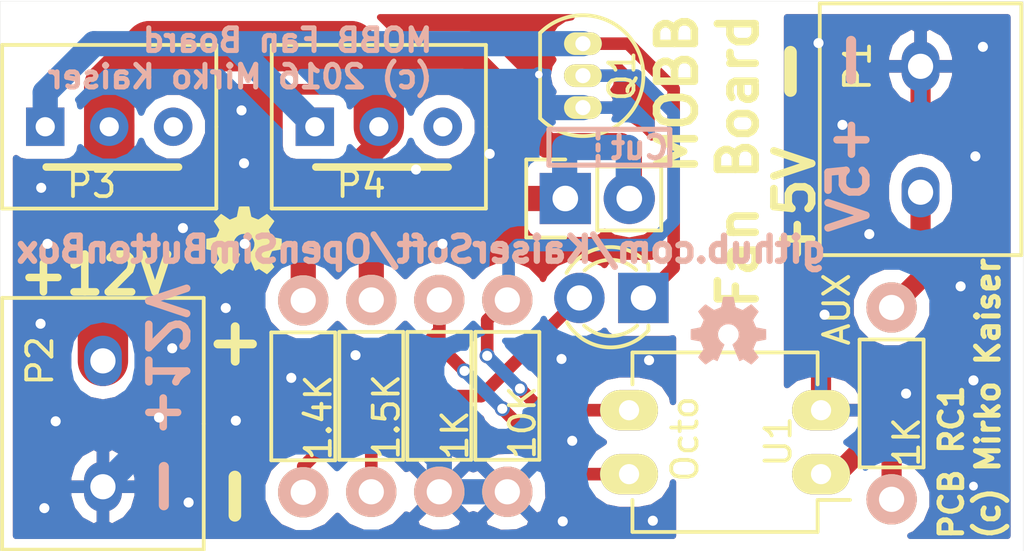
<source format=kicad_pcb>
(kicad_pcb (version 4) (host pcbnew 4.0.4-stable)

  (general
    (links 55)
    (no_connects 0)
    (area 183.874999 120.724999 225.075001 143.35)
    (thickness 1.6)
    (drawings 26)
    (tracks 99)
    (zones 0)
    (modules 52)
    (nets 12)
  )

  (page A4)
  (title_block
    (title "MOBB Fan Controller")
    (date 2016-11-02)
    (rev RC1)
  )

  (layers
    (0 F.Cu signal)
    (31 B.Cu signal)
    (32 B.Adhes user hide)
    (33 F.Adhes user hide)
    (34 B.Paste user)
    (35 F.Paste user hide)
    (36 B.SilkS user)
    (37 F.SilkS user)
    (38 B.Mask user hide)
    (39 F.Mask user hide)
    (40 Dwgs.User user hide)
    (41 Cmts.User user hide)
    (42 Eco1.User user hide)
    (43 Eco2.User user hide)
    (44 Edge.Cuts user)
    (45 Margin user hide)
    (46 B.CrtYd user hide)
    (47 F.CrtYd user hide)
    (48 B.Fab user hide)
    (49 F.Fab user hide)
  )

  (setup
    (last_trace_width 0.5)
    (trace_clearance 0.3)
    (zone_clearance 0.5)
    (zone_45_only yes)
    (trace_min 0.3)
    (segment_width 0.2)
    (edge_width 0.01)
    (via_size 0.6)
    (via_drill 0.4)
    (via_min_size 0.4)
    (via_min_drill 0.3)
    (uvia_size 0.45)
    (uvia_drill 0.3)
    (uvias_allowed no)
    (uvia_min_size 0.3)
    (uvia_min_drill 0.1)
    (pcb_text_width 0.3)
    (pcb_text_size 1.5 1.5)
    (mod_edge_width 0.15)
    (mod_text_size 1 1)
    (mod_text_width 0.15)
    (pad_size 0.6 0.6)
    (pad_drill 0.4)
    (pad_to_mask_clearance 0.2)
    (aux_axis_origin 0 0)
    (visible_elements 7FFFFFFF)
    (pcbplotparams
      (layerselection 0x01030_80000001)
      (usegerberextensions false)
      (excludeedgelayer true)
      (linewidth 0.100000)
      (plotframeref false)
      (viasonmask false)
      (mode 1)
      (useauxorigin false)
      (hpglpennumber 1)
      (hpglpenspeed 20)
      (hpglpendiameter 15)
      (hpglpenoverlay 2)
      (psnegative false)
      (psa4output false)
      (plotreference true)
      (plotvalue false)
      (plotinvisibletext false)
      (padsonsilk false)
      (subtractmaskfromsilk false)
      (outputformat 1)
      (mirror false)
      (drillshape 0)
      (scaleselection 1)
      (outputdirectory gerber/RC1/))
  )

  (net 0 "")
  (net 1 +12V)
  (net 2 "Net-(1.4K1-Pad2)")
  (net 3 "Net-(1K1-Pad1)")
  (net 4 +5V)
  (net 5 GND)
  (net 6 "Net-(10K1-Pad2)")
  (net 7 GNDA)
  (net 8 "Net-(P3-Pad3)")
  (net 9 "Net-(P4-Pad3)")
  (net 10 "Net-(D1-Pad2)")
  (net 11 "Net-(D1-Pad1)")

  (net_class Default "This is the default net class."
    (clearance 0.3)
    (trace_width 0.5)
    (via_dia 0.6)
    (via_drill 0.4)
    (uvia_dia 0.45)
    (uvia_drill 0.3)
    (add_net "Net-(1.4K1-Pad2)")
    (add_net "Net-(10K1-Pad2)")
    (add_net "Net-(D1-Pad2)")
    (add_net "Net-(P3-Pad3)")
    (add_net "Net-(P4-Pad3)")
  )

  (net_class 12V ""
    (clearance 0.3)
    (trace_width 2)
    (via_dia 0.8)
    (via_drill 0.6)
    (uvia_dia 0.6)
    (uvia_drill 0.4)
  )

  (net_class 1mm ""
    (clearance 0.3)
    (trace_width 1)
    (via_dia 0.6)
    (via_drill 0.4)
    (uvia_dia 0.45)
    (uvia_drill 0.3)
    (add_net +12V)
    (add_net GND)
    (add_net "Net-(D1-Pad1)")
  )

  (net_class 5V ""
    (clearance 0.3)
    (trace_width 0.8)
    (via_dia 0.6)
    (via_drill 0.4)
    (uvia_dia 0.45)
    (uvia_drill 0.3)
    (add_net +5V)
    (add_net GNDA)
    (add_net "Net-(1K1-Pad1)")
  )

  (module MOBB-KiCad-Lib:VIA-0.6MM (layer F.Cu) (tedit 5834479C) (tstamp 58346419)
    (at 216.89 133.465)
    (fp_text reference "" (at 0 0.5) (layer F.Fab) hide
      (effects (font (size 1 1) (thickness 0.15)))
    )
    (fp_text value "" (at 0 -0.5) (layer F.Fab) hide
      (effects (font (size 1 1) (thickness 0.15)))
    )
    (pad 1 thru_hole circle (at 0 0) (size 0.6 0.6) (drill 0.4) (layers *.Cu)
      (net 7 GNDA) (zone_connect 2))
  )

  (module MOBB-KiCad-Lib:VIA-0.6MM (layer F.Cu) (tedit 5834479C) (tstamp 583463EA)
    (at 220.125 136.6)
    (fp_text reference "" (at 0 0.5) (layer F.Fab) hide
      (effects (font (size 1 1) (thickness 0.15)))
    )
    (fp_text value "" (at 0 -0.5) (layer F.Fab) hide
      (effects (font (size 1 1) (thickness 0.15)))
    )
    (pad 1 thru_hole circle (at 0 0) (size 0.6 0.6) (drill 0.4) (layers *.Cu)
      (net 7 GNDA) (zone_connect 2))
  )

  (module MOBB-KiCad-Lib:VIA-0.6MM (layer F.Cu) (tedit 5834479C) (tstamp 583463C9)
    (at 218.665 130.265)
    (fp_text reference "" (at 0 0.5) (layer F.Fab) hide
      (effects (font (size 1 1) (thickness 0.15)))
    )
    (fp_text value "" (at 0 -0.5) (layer F.Fab) hide
      (effects (font (size 1 1) (thickness 0.15)))
    )
    (pad 1 thru_hole circle (at 0 0) (size 0.6 0.6) (drill 0.4) (layers *.Cu)
      (net 7 GNDA) (zone_connect 2))
  )

  (module MOBB-KiCad-Lib:VIA-0.6MM (layer F.Cu) (tedit 583447ED) (tstamp 58344921)
    (at 185.775 133.825)
    (fp_text reference "" (at 0 0.5) (layer F.Fab) hide
      (effects (font (size 1 1) (thickness 0.15)))
    )
    (fp_text value "" (at 0 -0.5) (layer F.Fab) hide
      (effects (font (size 1 1) (thickness 0.15)))
    )
    (pad 1 thru_hole circle (at 0 0) (size 0.6 0.6) (drill 0.4) (layers *.Cu)
      (net 5 GND) (zone_connect 2))
  )

  (module MOBB-KiCad-Lib:VIA-0.6MM (layer F.Cu) (tedit 5834488F) (tstamp 583448AF)
    (at 209.925 135.275)
    (fp_text reference "" (at 0 0.5) (layer F.Fab) hide
      (effects (font (size 1 1) (thickness 0.15)))
    )
    (fp_text value "" (at 0 -0.5) (layer F.Fab) hide
      (effects (font (size 1 1) (thickness 0.15)))
    )
    (pad 1 thru_hole circle (at 0 0) (size 0.6 0.6) (drill 0.4) (layers *.Cu)
      (net 5 GND) (zone_connect 2))
  )

  (module MOBB-KiCad-Lib:VIA-0.6MM (layer F.Cu) (tedit 5834488F) (tstamp 583448AA)
    (at 206.875 138.475)
    (fp_text reference "" (at 0 0.5) (layer F.Fab) hide
      (effects (font (size 1 1) (thickness 0.15)))
    )
    (fp_text value "" (at 0 -0.5) (layer F.Fab) hide
      (effects (font (size 1 1) (thickness 0.15)))
    )
    (pad 1 thru_hole circle (at 0 0) (size 0.6 0.6) (drill 0.4) (layers *.Cu)
      (net 5 GND) (zone_connect 2))
  )

  (module MOBB-KiCad-Lib:VIA-0.6MM (layer F.Cu) (tedit 5834488F) (tstamp 583448A4)
    (at 206.45 135.225)
    (fp_text reference "" (at 0 0.5) (layer F.Fab) hide
      (effects (font (size 1 1) (thickness 0.15)))
    )
    (fp_text value "" (at 0 -0.5) (layer F.Fab) hide
      (effects (font (size 1 1) (thickness 0.15)))
    )
    (pad 1 thru_hole circle (at 0 0) (size 0.6 0.6) (drill 0.4) (layers *.Cu)
      (net 5 GND) (zone_connect 2))
  )

  (module MOBB-KiCad-Lib:VIA-0.6MM (layer F.Cu) (tedit 5834488F) (tstamp 58344897)
    (at 210.075 141.65)
    (fp_text reference "" (at 0 0.5) (layer F.Fab) hide
      (effects (font (size 1 1) (thickness 0.15)))
    )
    (fp_text value "" (at 0 -0.5) (layer F.Fab) hide
      (effects (font (size 1 1) (thickness 0.15)))
    )
    (pad 1 thru_hole circle (at 0 0) (size 0.6 0.6) (drill 0.4) (layers *.Cu)
      (net 5 GND) (zone_connect 2))
  )

  (module MOBB-KiCad-Lib:VIA-0.6MM (layer F.Cu) (tedit 583447E5) (tstamp 58344881)
    (at 190.475 137.55)
    (fp_text reference "" (at 0 0.5) (layer F.Fab) hide
      (effects (font (size 1 1) (thickness 0.15)))
    )
    (fp_text value "" (at 0 -0.5) (layer F.Fab) hide
      (effects (font (size 1 1) (thickness 0.15)))
    )
    (pad 1 thru_hole circle (at 0 0) (size 0.6 0.6) (drill 0.4) (layers *.Cu)
      (net 5 GND) (zone_connect 2))
  )

  (module MOBB-KiCad-Lib:VIA-0.6MM (layer F.Cu) (tedit 583447E5) (tstamp 5834487C)
    (at 195.725 135.975)
    (fp_text reference "" (at 0 0.5) (layer F.Fab) hide
      (effects (font (size 1 1) (thickness 0.15)))
    )
    (fp_text value "" (at 0 -0.5) (layer F.Fab) hide
      (effects (font (size 1 1) (thickness 0.15)))
    )
    (pad 1 thru_hole circle (at 0 0) (size 0.6 0.6) (drill 0.4) (layers *.Cu)
      (net 5 GND) (zone_connect 2))
  )

  (module MOBB-KiCad-Lib:VIA-0.6MM (layer F.Cu) (tedit 583447E5) (tstamp 58344877)
    (at 193.125 133.2)
    (fp_text reference "" (at 0 0.5) (layer F.Fab) hide
      (effects (font (size 1 1) (thickness 0.15)))
    )
    (fp_text value "" (at 0 -0.5) (layer F.Fab) hide
      (effects (font (size 1 1) (thickness 0.15)))
    )
    (pad 1 thru_hole circle (at 0 0) (size 0.6 0.6) (drill 0.4) (layers *.Cu)
      (net 5 GND) (zone_connect 2))
  )

  (module MOBB-KiCad-Lib:VIA-0.6MM (layer F.Cu) (tedit 5834480A) (tstamp 5834485A)
    (at 201.725 130.65)
    (fp_text reference "" (at 0 0.5) (layer F.Fab) hide
      (effects (font (size 1 1) (thickness 0.15)))
    )
    (fp_text value "" (at 0 -0.5) (layer F.Fab) hide
      (effects (font (size 1 1) (thickness 0.15)))
    )
    (pad 1 thru_hole circle (at 0 0) (size 0.6 0.6) (drill 0.4) (layers *.Cu)
      (net 5 GND) (zone_connect 2))
  )

  (module MOBB-KiCad-Lib:VIA-0.6MM (layer F.Cu) (tedit 5834480A) (tstamp 58344843)
    (at 203.6 127.075)
    (fp_text reference "" (at 0 0.5) (layer F.Fab) hide
      (effects (font (size 1 1) (thickness 0.15)))
    )
    (fp_text value "" (at 0 -0.5) (layer F.Fab) hide
      (effects (font (size 1 1) (thickness 0.15)))
    )
    (pad 1 thru_hole circle (at 0 0) (size 0.6 0.6) (drill 0.4) (layers *.Cu)
      (net 5 GND) (zone_connect 2))
  )

  (module MOBB-KiCad-Lib:VIA-0.6MM (layer F.Cu) (tedit 5834480A) (tstamp 58344836)
    (at 185.8 128.425)
    (fp_text reference "" (at 0 0.5) (layer F.Fab) hide
      (effects (font (size 1 1) (thickness 0.15)))
    )
    (fp_text value "" (at 0 -0.5) (layer F.Fab) hide
      (effects (font (size 1 1) (thickness 0.15)))
    )
    (pad 1 thru_hole circle (at 0 0) (size 0.6 0.6) (drill 0.4) (layers *.Cu)
      (net 5 GND) (zone_connect 2))
  )

  (module MOBB-KiCad-Lib:VIA-0.6MM (layer F.Cu) (tedit 5834480A) (tstamp 58344819)
    (at 193.85 127.45)
    (fp_text reference "" (at 0 0.5) (layer F.Fab) hide
      (effects (font (size 1 1) (thickness 0.15)))
    )
    (fp_text value "" (at 0 -0.5) (layer F.Fab) hide
      (effects (font (size 1 1) (thickness 0.15)))
    )
    (pad 1 thru_hole circle (at 0 0) (size 0.6 0.6) (drill 0.4) (layers *.Cu)
      (net 5 GND) (zone_connect 2))
  )

  (module MOBB-KiCad-Lib:VIA-0.6MM (layer F.Cu) (tedit 5834480A) (tstamp 5834480F)
    (at 191.425 130.025)
    (fp_text reference "" (at 0 0.5) (layer F.Fab) hide
      (effects (font (size 1 1) (thickness 0.15)))
    )
    (fp_text value "" (at 0 -0.5) (layer F.Fab) hide
      (effects (font (size 1 1) (thickness 0.15)))
    )
    (pad 1 thru_hole circle (at 0 0) (size 0.6 0.6) (drill 0.4) (layers *.Cu)
      (net 5 GND) (zone_connect 2))
  )

  (module MOBB-KiCad-Lib:VIA-0.6MM (layer F.Cu) (tedit 581A646B) (tstamp 581F4957)
    (at 205.55 123.925)
    (fp_text reference "" (at 0 0.5) (layer F.Fab) hide
      (effects (font (size 1 1) (thickness 0.15)))
    )
    (fp_text value "" (at 0 -0.5) (layer F.Fab) hide
      (effects (font (size 1 1) (thickness 0.15)))
    )
    (pad 1 thru_hole circle (at 0 0) (size 0.6 0.6) (drill 0.3) (layers *.Cu)
      (net 5 GND) (zone_connect 2))
  )

  (module MOBB-KiCad-Lib:VIA-0.6MM (layer F.Cu) (tedit 583447ED) (tstamp 581F4884)
    (at 191 134.8)
    (fp_text reference "" (at 0 0.5) (layer F.Fab) hide
      (effects (font (size 1 1) (thickness 0.15)))
    )
    (fp_text value "" (at 0 -0.5) (layer F.Fab) hide
      (effects (font (size 1 1) (thickness 0.15)))
    )
    (pad 1 thru_hole circle (at 0 0) (size 0.6 0.6) (drill 0.4) (layers *.Cu)
      (net 5 GND) (zone_connect 2))
  )

  (module MOBB-KiCad-Lib:VIA-0.6MM (layer F.Cu) (tedit 58344849) (tstamp 581F4879)
    (at 200.675 127.7)
    (fp_text reference "" (at 0 0.5) (layer F.Fab) hide
      (effects (font (size 1 1) (thickness 0.15)))
    )
    (fp_text value "" (at 0 -0.5) (layer F.Fab) hide
      (effects (font (size 1 1) (thickness 0.15)))
    )
    (pad 1 thru_hole circle (at 0 0) (size 0.6 0.6) (drill 0.4) (layers *.Cu)
      (net 5 GND) (zone_connect 2))
  )

  (module Housings_DIP:DIP-4_W7.62mm_LongPads (layer F.Cu) (tedit 581F49DA) (tstamp 581A5490)
    (at 216.75 139.8 180)
    (descr "4-lead dip package, row spacing 7.62 mm (300 mils), longer pads")
    (tags "dil dip 2.54 300")
    (path /581A6379)
    (fp_text reference U1 (at 1.7 1.3 270) (layer F.SilkS)
      (effects (font (size 1 1) (thickness 0.15)))
    )
    (fp_text value Octo (at 5.4 1.4 270) (layer F.SilkS)
      (effects (font (size 1 1) (thickness 0.15)))
    )
    (fp_line (start -1.4 -2.45) (end -1.4 5) (layer F.CrtYd) (width 0.05))
    (fp_line (start 9 -2.45) (end 9 5) (layer F.CrtYd) (width 0.05))
    (fp_line (start -1.4 -2.45) (end 9 -2.45) (layer F.CrtYd) (width 0.05))
    (fp_line (start -1.4 5) (end 9 5) (layer F.CrtYd) (width 0.05))
    (fp_line (start 0.135 -2.295) (end 0.135 -1.025) (layer F.SilkS) (width 0.15))
    (fp_line (start 7.485 -2.295) (end 7.485 -1.025) (layer F.SilkS) (width 0.15))
    (fp_line (start 7.485 4.835) (end 7.485 3.565) (layer F.SilkS) (width 0.15))
    (fp_line (start 0.135 4.835) (end 0.135 3.565) (layer F.SilkS) (width 0.15))
    (fp_line (start 0.135 -2.295) (end 7.485 -2.295) (layer F.SilkS) (width 0.15))
    (fp_line (start 0.135 4.835) (end 7.485 4.835) (layer F.SilkS) (width 0.15))
    (fp_line (start 0.135 -1.025) (end -1.15 -1.025) (layer F.SilkS) (width 0.15))
    (pad 1 thru_hole oval (at 0 0 180) (size 2.3 1.6) (drill 0.8) (layers *.Cu *.Mask F.SilkS)
      (net 3 "Net-(1K1-Pad1)"))
    (pad 2 thru_hole oval (at 0 2.54 180) (size 2.3 1.6) (drill 0.8) (layers *.Cu *.Mask F.SilkS)
      (net 7 GNDA))
    (pad 3 thru_hole oval (at 7.62 2.54 180) (size 2.3 1.6) (drill 0.8) (layers *.Cu *.Mask F.SilkS)
      (net 6 "Net-(10K1-Pad2)"))
    (pad 4 thru_hole oval (at 7.62 0 180) (size 2.3 1.6) (drill 0.8) (layers *.Cu *.Mask F.SilkS)
      (net 2 "Net-(1.4K1-Pad2)"))
    (model Housings_DIP.3dshapes/DIP-4_W7.62mm_LongPads.wrl
      (at (xyz 0 0 0))
      (scale (xyz 1 1 1))
      (rotate (xyz 0 0 0))
    )
  )

  (module MOBB-KiCad-Lib:VIA-0.6MM (layer F.Cu) (tedit 583447C1) (tstamp 581A772A)
    (at 186.375 137.7)
    (fp_text reference "" (at 0 0.5) (layer F.Fab) hide
      (effects (font (size 1 1) (thickness 0.15)))
    )
    (fp_text value "" (at 0 -0.5) (layer F.Fab) hide
      (effects (font (size 1 1) (thickness 0.15)))
    )
    (pad 1 thru_hole circle (at 0 0) (size 0.6 0.6) (drill 0.4) (layers *.Cu)
      (net 5 GND) (zone_connect 2))
  )

  (module MOBB-KiCad-Lib:VIA-0.6MM (layer F.Cu) (tedit 583447AA) (tstamp 581A671C)
    (at 222.8 140.275)
    (fp_text reference "" (at 0 0.5) (layer F.Fab) hide
      (effects (font (size 1 1) (thickness 0.15)))
    )
    (fp_text value "" (at 0 -0.5) (layer F.Fab) hide
      (effects (font (size 1 1) (thickness 0.15)))
    )
    (pad 1 thru_hole circle (at 0 0) (size 0.6 0.6) (drill 0.35) (layers *.Cu)
      (net 7 GNDA) (zone_connect 2))
  )

  (module MOBB-KiCad-Lib:VIA-0.6MM (layer F.Cu) (tedit 5834478C) (tstamp 581A6713)
    (at 217.6 125.925 90)
    (fp_text reference "" (at 0 0.5 90) (layer F.Fab) hide
      (effects (font (size 1 1) (thickness 0.15)))
    )
    (fp_text value "" (at 0 -0.5 90) (layer F.Fab) hide
      (effects (font (size 1 1) (thickness 0.15)))
    )
    (pad 1 thru_hole circle (at 0 0 90) (size 0.6 0.6) (drill 0.4) (layers *.Cu)
      (net 7 GNDA) (zone_connect 2))
  )

  (module MOBB-KiCad-Lib:VIA-0.6MM (layer F.Cu) (tedit 583447A1) (tstamp 581A6701)
    (at 222.8 136.075)
    (fp_text reference "" (at 0 0.5) (layer F.Fab) hide
      (effects (font (size 1 1) (thickness 0.15)))
    )
    (fp_text value "" (at 0 -0.5) (layer F.Fab) hide
      (effects (font (size 1 1) (thickness 0.15)))
    )
    (pad 1 thru_hole circle (at 0 0) (size 0.6 0.6) (drill 0.4) (layers *.Cu)
      (net 7 GNDA) (zone_connect 2))
  )

  (module MOBB-KiCad-Lib:VIA-0.6MM (layer F.Cu) (tedit 581F4830) (tstamp 581A66DC)
    (at 218.2 128.4)
    (fp_text reference "" (at 0 0.5) (layer F.Fab) hide
      (effects (font (size 1 1) (thickness 0.15)))
    )
    (fp_text value "" (at 0 -0.5) (layer F.Fab) hide
      (effects (font (size 1 1) (thickness 0.15)))
    )
  )

  (module MOBB-KiCad-Lib:VIA-0.6MM (layer F.Cu) (tedit 58344779) (tstamp 581A66D8)
    (at 223.175 122.825)
    (fp_text reference "" (at 0 0.5) (layer F.Fab) hide
      (effects (font (size 1 1) (thickness 0.15)))
    )
    (fp_text value "" (at 0 -0.5) (layer F.Fab) hide
      (effects (font (size 1 1) (thickness 0.15)))
    )
    (pad 1 thru_hole circle (at 0 0) (size 0.6 0.6) (drill 0.4) (layers *.Cu)
      (net 7 GNDA) (zone_connect 2))
  )

  (module MOBB-KiCad-Lib:VIA-0.6MM (layer F.Cu) (tedit 58344772) (tstamp 581A66D0)
    (at 222.875 127.175)
    (fp_text reference "" (at 0 0.5) (layer F.Fab) hide
      (effects (font (size 1 1) (thickness 0.15)))
    )
    (fp_text value "" (at 0 -0.5) (layer F.Fab) hide
      (effects (font (size 1 1) (thickness 0.15)))
    )
    (pad 1 thru_hole circle (at 0 0) (size 0.6 0.6) (drill 0.4) (layers *.Cu)
      (net 7 GNDA) (zone_connect 2))
  )

  (module MOBB-KiCad-Lib:VIA-0.6MM (layer F.Cu) (tedit 5834479C) (tstamp 581A66CC)
    (at 222.29 132.34)
    (fp_text reference "" (at 0 0.5) (layer F.Fab) hide
      (effects (font (size 1 1) (thickness 0.15)))
    )
    (fp_text value "" (at 0 -0.5) (layer F.Fab) hide
      (effects (font (size 1 1) (thickness 0.15)))
    )
    (pad 1 thru_hole circle (at 0 0) (size 0.6 0.6) (drill 0.4) (layers *.Cu)
      (net 7 GNDA) (zone_connect 2))
  )

  (module MOBB-KiCad-Lib:VIA-0.6MM (layer F.Cu) (tedit 5834488F) (tstamp 581A6564)
    (at 206.5 141.675)
    (fp_text reference "" (at 0 0.5) (layer F.Fab) hide
      (effects (font (size 1 1) (thickness 0.15)))
    )
    (fp_text value "" (at 0 -0.5) (layer F.Fab) hide
      (effects (font (size 1 1) (thickness 0.15)))
    )
    (pad 1 thru_hole circle (at 0 0) (size 0.6 0.6) (drill 0.4) (layers *.Cu)
      (net 5 GND) (zone_connect 2))
  )

  (module MOBB-KiCad-Lib:VIA-0.6MM (layer F.Cu) (tedit 583447D8) (tstamp 581A653B)
    (at 191.65 140.925)
    (fp_text reference "" (at 0 0.5) (layer F.Fab) hide
      (effects (font (size 1 1) (thickness 0.15)))
    )
    (fp_text value "" (at 0 -0.5) (layer F.Fab) hide
      (effects (font (size 1 1) (thickness 0.15)))
    )
    (pad 1 thru_hole circle (at 0 0) (size 0.6 0.6) (drill 0.4) (layers *.Cu)
      (net 5 GND) (zone_connect 2))
  )

  (module MOBB-KiCad-Lib:VIA-0.6MM (layer F.Cu) (tedit 583447F4) (tstamp 581A6530)
    (at 186.05 130.65)
    (fp_text reference "" (at 0 0.5) (layer F.Fab) hide
      (effects (font (size 1 1) (thickness 0.15)))
    )
    (fp_text value "" (at 0 -0.5) (layer F.Fab) hide
      (effects (font (size 1 1) (thickness 0.15)))
    )
    (pad 1 thru_hole circle (at 0 0) (size 0.6 0.6) (drill 0.4) (layers *.Cu)
      (net 5 GND) (zone_connect 2))
  )

  (module MOBB-KiCad-Lib:VIA-0.6MM (layer F.Cu) (tedit 583447CD) (tstamp 581A6521)
    (at 185.925 141.15)
    (fp_text reference "" (at 0 0.5) (layer F.Fab) hide
      (effects (font (size 1 1) (thickness 0.15)))
    )
    (fp_text value "" (at 0 -0.5) (layer F.Fab) hide
      (effects (font (size 1 1) (thickness 0.15)))
    )
    (pad 1 thru_hole circle (at 0 0) (size 0.6 0.6) (drill 0.4) (layers *.Cu)
      (net 5 GND) (zone_connect 2))
  )

  (module MOBB-KiCad-Lib:VIA-0.6MM (layer F.Cu) (tedit 583447E5) (tstamp 581A6505)
    (at 193.525 137.675)
    (fp_text reference "" (at 0 0.5) (layer F.Fab) hide
      (effects (font (size 1 1) (thickness 0.15)))
    )
    (fp_text value "" (at 0 -0.5) (layer F.Fab) hide
      (effects (font (size 1 1) (thickness 0.15)))
    )
    (pad 1 thru_hole circle (at 0 0) (size 0.6 0.6) (drill 0.4) (layers *.Cu)
      (net 5 GND) (zone_connect 2))
  )

  (module MOBB-KiCad-Lib:VIA-0.6MM (layer F.Cu) (tedit 5834490A) (tstamp 581A64E8)
    (at 198.275 135.075)
    (fp_text reference "" (at 0 0.5) (layer F.Fab) hide
      (effects (font (size 1 1) (thickness 0.15)))
    )
    (fp_text value "" (at 0 -0.5) (layer F.Fab) hide
      (effects (font (size 1 1) (thickness 0.15)))
    )
    (pad 1 thru_hole circle (at 0 0) (size 0.6 0.6) (drill 0.4) (layers *.Cu)
      (net 5 GND) (zone_connect 2))
  )

  (module MOBB-KiCad-Lib:VIA-0.6MM (layer F.Cu) (tedit 5834480A) (tstamp 581A64C6)
    (at 193.75 125.35)
    (fp_text reference "" (at 0 0.5) (layer F.Fab) hide
      (effects (font (size 1 1) (thickness 0.15)))
    )
    (fp_text value "" (at 0 -0.5) (layer F.Fab) hide
      (effects (font (size 1 1) (thickness 0.15)))
    )
    (pad 1 thru_hole circle (at 0 0) (size 0.6 0.6) (drill 0.4) (layers *.Cu)
      (net 5 GND) (zone_connect 2))
  )

  (module MOBB-KiCad-Lib:VIA-0.6MM (layer F.Cu) (tedit 581F2FAC) (tstamp 581A64A2)
    (at 205.725 141.225)
    (fp_text reference "" (at 0 0.5) (layer F.Fab) hide
      (effects (font (size 1 1) (thickness 0.15)))
    )
    (fp_text value "" (at 0 -0.5) (layer F.Fab) hide
      (effects (font (size 1 1) (thickness 0.15)))
    )
  )

  (module MOBB-KiCad-Lib:VIA-0.6MM (layer F.Cu) (tedit 583447FA) (tstamp 581A649A)
    (at 193.875 130.65)
    (fp_text reference "" (at 0 0.5) (layer F.Fab) hide
      (effects (font (size 1 1) (thickness 0.15)))
    )
    (fp_text value "" (at 0 -0.5) (layer F.Fab) hide
      (effects (font (size 1 1) (thickness 0.15)))
    )
    (pad 1 thru_hole circle (at 0 0) (size 0.6 0.6) (drill 0.4) (layers *.Cu)
      (net 5 GND) (zone_connect 2))
  )

  (module Resistors_ThroughHole:Resistor_Horizontal_RM7mm (layer F.Cu) (tedit 58346222) (tstamp 581A545D)
    (at 196.2 132.9 270)
    (descr "Resistor, Axial,  RM 7.62mm, 1/3W,")
    (tags "Resistor Axial RM 7.62mm 1/3W R3")
    (path /57F248FE)
    (fp_text reference 1.4K (at 4.65 -0.6 270) (layer F.SilkS)
      (effects (font (size 1 1) (thickness 0.15)))
    )
    (fp_text value R (at 5.1 0.7 270) (layer F.Fab)
      (effects (font (size 1 1) (thickness 0.15)))
    )
    (fp_line (start -1.25 -1.5) (end 8.85 -1.5) (layer F.CrtYd) (width 0.05))
    (fp_line (start -1.25 1.5) (end -1.25 -1.5) (layer F.CrtYd) (width 0.05))
    (fp_line (start 8.85 -1.5) (end 8.85 1.5) (layer F.CrtYd) (width 0.05))
    (fp_line (start -1.25 1.5) (end 8.85 1.5) (layer F.CrtYd) (width 0.05))
    (fp_line (start 1.27 -1.27) (end 6.35 -1.27) (layer F.SilkS) (width 0.15))
    (fp_line (start 6.35 -1.27) (end 6.35 1.27) (layer F.SilkS) (width 0.15))
    (fp_line (start 6.35 1.27) (end 1.27 1.27) (layer F.SilkS) (width 0.15))
    (fp_line (start 1.27 1.27) (end 1.27 -1.27) (layer F.SilkS) (width 0.15))
    (pad 1 thru_hole circle (at 0 0 270) (size 1.99898 1.99898) (drill 1.00076) (layers *.Cu *.SilkS *.Mask)
      (net 1 +12V))
    (pad 2 thru_hole circle (at 7.62 0 270) (size 1.99898 1.99898) (drill 1.00076) (layers *.Cu *.SilkS *.Mask)
      (net 2 "Net-(1.4K1-Pad2)"))
  )

  (module Resistors_ThroughHole:Resistor_Horizontal_RM7mm (layer F.Cu) (tedit 5834624D) (tstamp 581A5463)
    (at 219.55 140.8 90)
    (descr "Resistor, Axial,  RM 7.62mm, 1/3W,")
    (tags "Resistor Axial RM 7.62mm 1/3W R3")
    (path /57F247E8)
    (fp_text reference 1K (at 2.275 0.6 90) (layer F.SilkS)
      (effects (font (size 1 1) (thickness 0.15)))
    )
    (fp_text value 1K (at 4.3 -0.6 90) (layer F.Fab)
      (effects (font (size 1 1) (thickness 0.15)))
    )
    (fp_line (start -1.25 -1.5) (end 8.85 -1.5) (layer F.CrtYd) (width 0.05))
    (fp_line (start -1.25 1.5) (end -1.25 -1.5) (layer F.CrtYd) (width 0.05))
    (fp_line (start 8.85 -1.5) (end 8.85 1.5) (layer F.CrtYd) (width 0.05))
    (fp_line (start -1.25 1.5) (end 8.85 1.5) (layer F.CrtYd) (width 0.05))
    (fp_line (start 1.27 -1.27) (end 6.35 -1.27) (layer F.SilkS) (width 0.15))
    (fp_line (start 6.35 -1.27) (end 6.35 1.27) (layer F.SilkS) (width 0.15))
    (fp_line (start 6.35 1.27) (end 1.27 1.27) (layer F.SilkS) (width 0.15))
    (fp_line (start 1.27 1.27) (end 1.27 -1.27) (layer F.SilkS) (width 0.15))
    (pad 1 thru_hole circle (at 0 0 90) (size 1.99898 1.99898) (drill 1.00076) (layers *.Cu *.SilkS *.Mask)
      (net 3 "Net-(1K1-Pad1)"))
    (pad 2 thru_hole circle (at 7.62 0 90) (size 1.99898 1.99898) (drill 1.00076) (layers *.Cu *.SilkS *.Mask)
      (net 4 +5V))
  )

  (module Resistors_ThroughHole:Resistor_Horizontal_RM7mm (layer F.Cu) (tedit 5834621E) (tstamp 581A5469)
    (at 201.6 140.5 90)
    (descr "Resistor, Axial,  RM 7.62mm, 1/3W,")
    (tags "Resistor Axial RM 7.62mm 1/3W R3")
    (path /57F249B1)
    (fp_text reference 1K (at 2.25 0.625 90) (layer F.SilkS)
      (effects (font (size 1 1) (thickness 0.15)))
    )
    (fp_text value R (at 3 -0.7 90) (layer F.Fab)
      (effects (font (size 1 1) (thickness 0.15)))
    )
    (fp_line (start -1.25 -1.5) (end 8.85 -1.5) (layer F.CrtYd) (width 0.05))
    (fp_line (start -1.25 1.5) (end -1.25 -1.5) (layer F.CrtYd) (width 0.05))
    (fp_line (start 8.85 -1.5) (end 8.85 1.5) (layer F.CrtYd) (width 0.05))
    (fp_line (start -1.25 1.5) (end 8.85 1.5) (layer F.CrtYd) (width 0.05))
    (fp_line (start 1.27 -1.27) (end 6.35 -1.27) (layer F.SilkS) (width 0.15))
    (fp_line (start 6.35 -1.27) (end 6.35 1.27) (layer F.SilkS) (width 0.15))
    (fp_line (start 6.35 1.27) (end 1.27 1.27) (layer F.SilkS) (width 0.15))
    (fp_line (start 1.27 1.27) (end 1.27 -1.27) (layer F.SilkS) (width 0.15))
    (pad 1 thru_hole circle (at 0 0 90) (size 1.99898 1.99898) (drill 1.00076) (layers *.Cu *.SilkS *.Mask)
      (net 5 GND))
    (pad 2 thru_hole circle (at 7.62 0 90) (size 1.99898 1.99898) (drill 1.00076) (layers *.Cu *.SilkS *.Mask)
      (net 2 "Net-(1.4K1-Pad2)"))
  )

  (module Resistors_ThroughHole:Resistor_Horizontal_RM7mm (layer F.Cu) (tedit 58346236) (tstamp 581A546F)
    (at 204.3 140.5 90)
    (descr "Resistor, Axial,  RM 7.62mm, 1/3W,")
    (tags "Resistor Axial RM 7.62mm 1/3W R3")
    (path /57F24F38)
    (fp_text reference 10K (at 2.75 0.6 90) (layer F.SilkS)
      (effects (font (size 1 1) (thickness 0.15)))
    )
    (fp_text value R (at 2.3 -0.7 90) (layer F.Fab)
      (effects (font (size 1 1) (thickness 0.15)))
    )
    (fp_line (start -1.25 -1.5) (end 8.85 -1.5) (layer F.CrtYd) (width 0.05))
    (fp_line (start -1.25 1.5) (end -1.25 -1.5) (layer F.CrtYd) (width 0.05))
    (fp_line (start 8.85 -1.5) (end 8.85 1.5) (layer F.CrtYd) (width 0.05))
    (fp_line (start -1.25 1.5) (end 8.85 1.5) (layer F.CrtYd) (width 0.05))
    (fp_line (start 1.27 -1.27) (end 6.35 -1.27) (layer F.SilkS) (width 0.15))
    (fp_line (start 6.35 -1.27) (end 6.35 1.27) (layer F.SilkS) (width 0.15))
    (fp_line (start 6.35 1.27) (end 1.27 1.27) (layer F.SilkS) (width 0.15))
    (fp_line (start 1.27 1.27) (end 1.27 -1.27) (layer F.SilkS) (width 0.15))
    (pad 1 thru_hole circle (at 0 0 90) (size 1.99898 1.99898) (drill 1.00076) (layers *.Cu *.SilkS *.Mask)
      (net 5 GND))
    (pad 2 thru_hole circle (at 7.62 0 90) (size 1.99898 1.99898) (drill 1.00076) (layers *.Cu *.SilkS *.Mask)
      (net 6 "Net-(10K1-Pad2)"))
  )

  (module TO_SOT_Packages_THT:TO-92_Inline_Narrow_Oval (layer F.Cu) (tedit 58346262) (tstamp 581A5488)
    (at 207.3 122.7 270)
    (descr "TO-92 leads in-line, narrow, oval pads, drill 0.6mm (see NXP sot054_po.pdf)")
    (tags "to-92 sc-43 sc-43a sot54 PA33 transistor")
    (path /57F24B04)
    (fp_text reference Q1 (at 1.275 -1.55 270) (layer F.SilkS)
      (effects (font (size 1 1) (thickness 0.15)))
    )
    (fp_text value NPN (at 1.3 1.525 270) (layer F.Fab) hide
      (effects (font (size 1 1) (thickness 0.15)))
    )
    (fp_line (start -1.4 1.95) (end -1.4 -2.65) (layer F.CrtYd) (width 0.05))
    (fp_line (start -1.4 1.95) (end 3.95 1.95) (layer F.CrtYd) (width 0.05))
    (fp_line (start -0.43 1.7) (end 2.97 1.7) (layer F.SilkS) (width 0.15))
    (fp_arc (start 1.27 0) (end 1.27 -2.4) (angle -135) (layer F.SilkS) (width 0.15))
    (fp_arc (start 1.27 0) (end 1.27 -2.4) (angle 135) (layer F.SilkS) (width 0.15))
    (fp_line (start -1.4 -2.65) (end 3.95 -2.65) (layer F.CrtYd) (width 0.05))
    (fp_line (start 3.95 1.95) (end 3.95 -2.65) (layer F.CrtYd) (width 0.05))
    (pad 2 thru_hole oval (at 1.27 0 90) (size 0.89916 1.50114) (drill 0.6) (layers *.Cu *.Mask F.SilkS)
      (net 6 "Net-(10K1-Pad2)"))
    (pad 3 thru_hole oval (at 2.54 0 90) (size 0.89916 1.50114) (drill 0.6) (layers *.Cu *.Mask F.SilkS)
      (net 5 GND))
    (pad 1 thru_hole oval (at 0 0 90) (size 0.89916 1.50114) (drill 0.6) (layers *.Cu *.Mask F.SilkS)
      (net 11 "Net-(D1-Pad1)"))
    (model TO_SOT_Packages_THT.3dshapes/TO-92_Inline_Narrow_Oval.wrl
      (at (xyz 0.05 0 0))
      (scale (xyz 1 1 1))
      (rotate (xyz 0 0 -90))
    )
  )

  (module MOBB-KiCad-Lib:VIA-0.6MM (layer F.Cu) (tedit 58344784) (tstamp 581A658A)
    (at 216.65 122.675)
    (fp_text reference "" (at 0 0.5) (layer F.Fab) hide
      (effects (font (size 1 1) (thickness 0.15)))
    )
    (fp_text value "" (at 0 -0.5) (layer F.Fab) hide
      (effects (font (size 1 1) (thickness 0.15)))
    )
    (pad 1 thru_hole circle (at 0 0) (size 0.6 0.6) (drill 0.4) (layers *.Cu)
      (net 7 GNDA) (zone_connect 2))
  )

  (module MOBB-KiCad-Lib:Screw_Terminal_5mm (layer F.Cu) (tedit 581F4A5D) (tstamp 581A7029)
    (at 188.25 137.8 270)
    (path /57F24C78)
    (fp_text reference P2 (at -2.5 2.5 270) (layer F.SilkS)
      (effects (font (size 1 1) (thickness 0.15)))
    )
    (fp_text value "+12V Suppply" (at -0.45 2.45 450) (layer F.Fab)
      (effects (font (size 1 1) (thickness 0.15)))
    )
    (fp_line (start -5 -4) (end -5 4) (layer F.SilkS) (width 0.15))
    (fp_line (start -5 4) (end 5 4) (layer F.SilkS) (width 0.15))
    (fp_line (start 5 4) (end 5 -4) (layer F.SilkS) (width 0.15))
    (fp_line (start 5 -4) (end 0 -4) (layer F.SilkS) (width 0.15))
    (fp_line (start 0 -4) (end -5 -4) (layer F.SilkS) (width 0.15))
    (pad 1 thru_hole oval (at -2.5 0 270) (size 2 1.5) (drill 1) (layers *.Cu F.Mask)
      (net 1 +12V))
    (pad 2 thru_hole oval (at 2.5 0 270) (size 2 1.5) (drill 1) (layers *.Cu F.Mask)
      (net 5 GND))
  )

  (module MOBB-KiCad-Lib:Screw_Terminal_5mm (layer F.Cu) (tedit 5834629A) (tstamp 581A705E)
    (at 220.7 126.1 270)
    (path /57F24616)
    (fp_text reference P1 (at -2.5 2.5 270) (layer F.SilkS)
      (effects (font (size 1 1) (thickness 0.15)))
    )
    (fp_text value AUX (at 7.15 3.325 450) (layer F.SilkS)
      (effects (font (size 1 1) (thickness 0.15)))
    )
    (fp_line (start -5 -4) (end -5 4) (layer F.SilkS) (width 0.15))
    (fp_line (start -5 4) (end 5 4) (layer F.SilkS) (width 0.15))
    (fp_line (start 5 4) (end 5 -4) (layer F.SilkS) (width 0.15))
    (fp_line (start 5 -4) (end 0 -4) (layer F.SilkS) (width 0.15))
    (fp_line (start 0 -4) (end -5 -4) (layer F.SilkS) (width 0.15))
    (pad 1 thru_hole oval (at -2.5 0 270) (size 2 1.5) (drill 1) (layers *.Cu F.Mask)
      (net 7 GNDA))
    (pad 2 thru_hole oval (at 2.5 0 270) (size 2 1.5) (drill 1) (layers *.Cu F.Mask)
      (net 4 +5V) (zone_connect 2))
  )

  (module MOBB-KiCad-Lib:Molex-KK-1x3P (layer F.Cu) (tedit 581F1966) (tstamp 581F04E0)
    (at 188.5 126 180)
    (path /581A85A6)
    (fp_text reference P3 (at 0.7 -2.3 180) (layer F.SilkS)
      (effects (font (size 1 1) (thickness 0.15)))
    )
    (fp_text value Fan (at 0 2.5 180) (layer F.Fab)
      (effects (font (size 1 1) (thickness 0.15)))
    )
    (fp_text user S (at -2.54 1.7 180) (layer F.Fab)
      (effects (font (size 1 1) (thickness 0.15)))
    )
    (fp_text user + (at 0 1.6 180) (layer F.Fab)
      (effects (font (size 1 1) (thickness 0.15)))
    )
    (fp_text user G (at 2.54 1.89 180) (layer F.Fab)
      (effects (font (size 1 1) (thickness 0.15)))
    )
    (fp_line (start 2.5 -1.6) (end -2.75 -1.6) (layer F.SilkS) (width 0.3))
    (fp_line (start -4.25 0) (end -4.25 -3.25) (layer F.SilkS) (width 0.15))
    (fp_line (start -4.25 -3.25) (end 4.25 -3.25) (layer F.SilkS) (width 0.15))
    (fp_line (start 4.25 -3.25) (end 4.25 3.25) (layer F.SilkS) (width 0.15))
    (fp_line (start 4.25 3.25) (end -4.25 3.25) (layer F.SilkS) (width 0.15))
    (fp_line (start -4.25 3.25) (end -4.25 0) (layer F.SilkS) (width 0.15))
    (pad 2 thru_hole circle (at 0 0 180) (size 1.524 1.524) (drill 0.762) (layers *.Cu *.Mask)
      (net 1 +12V))
    (pad 3 thru_hole circle (at -2.54 0 180) (size 1.524 1.524) (drill 0.762) (layers *.Cu *.Mask)
      (net 8 "Net-(P3-Pad3)"))
    (pad 1 thru_hole rect (at 2.54 0 180) (size 1.524 1.524) (drill 0.762) (layers *.Cu *.Mask)
      (net 11 "Net-(D1-Pad1)"))
  )

  (module MOBB-KiCad-Lib:Molex-KK-1x3P (layer F.Cu) (tedit 581F196B) (tstamp 581F04F0)
    (at 199.2 126 180)
    (path /581B96A9)
    (fp_text reference P4 (at 0.7 -2.3 180) (layer F.SilkS)
      (effects (font (size 1 1) (thickness 0.15)))
    )
    (fp_text value Fan (at -0.25 1.75 180) (layer F.Fab)
      (effects (font (size 1 1) (thickness 0.15)))
    )
    (fp_text user S (at -2.54 1.7 180) (layer F.Fab)
      (effects (font (size 1 1) (thickness 0.15)))
    )
    (fp_text user + (at 0 1.6 180) (layer F.Fab)
      (effects (font (size 1 1) (thickness 0.15)))
    )
    (fp_text user G (at 2.54 1.89 180) (layer F.Fab)
      (effects (font (size 1 1) (thickness 0.15)))
    )
    (fp_line (start 2.5 -1.6) (end -2.75 -1.6) (layer F.SilkS) (width 0.3))
    (fp_line (start -4.25 0) (end -4.25 -3.25) (layer F.SilkS) (width 0.15))
    (fp_line (start -4.25 -3.25) (end 4.25 -3.25) (layer F.SilkS) (width 0.15))
    (fp_line (start 4.25 -3.25) (end 4.25 3.25) (layer F.SilkS) (width 0.15))
    (fp_line (start 4.25 3.25) (end -4.25 3.25) (layer F.SilkS) (width 0.15))
    (fp_line (start -4.25 3.25) (end -4.25 0) (layer F.SilkS) (width 0.15))
    (pad 2 thru_hole circle (at 0 0 180) (size 1.524 1.524) (drill 0.762) (layers *.Cu *.Mask)
      (net 1 +12V))
    (pad 3 thru_hole circle (at -2.54 0 180) (size 1.524 1.524) (drill 0.762) (layers *.Cu *.Mask)
      (net 9 "Net-(P4-Pad3)"))
    (pad 1 thru_hole rect (at 2.54 0 180) (size 1.524 1.524) (drill 0.762) (layers *.Cu *.Mask)
      (net 11 "Net-(D1-Pad1)"))
  )

  (module LEDs:LED-3MM (layer F.Cu) (tedit 58346342) (tstamp 581F2F7A)
    (at 209.7 132.8 180)
    (descr "LED 3mm round vertical")
    (tags "LED  3mm round vertical")
    (path /581F2E6E)
    (fp_text reference D1 (at 1.825 2.075 180) (layer F.Fab) hide
      (effects (font (size 1 1) (thickness 0.15)))
    )
    (fp_text value LED (at 1.575 -1.725 180) (layer F.Fab)
      (effects (font (size 1 1) (thickness 0.15)))
    )
    (fp_line (start -1.2 2.3) (end 3.8 2.3) (layer F.CrtYd) (width 0.05))
    (fp_line (start 3.8 2.3) (end 3.8 -2.2) (layer F.CrtYd) (width 0.05))
    (fp_line (start 3.8 -2.2) (end -1.2 -2.2) (layer F.CrtYd) (width 0.05))
    (fp_line (start -1.2 -2.2) (end -1.2 2.3) (layer F.CrtYd) (width 0.05))
    (fp_line (start -0.199 1.314) (end -0.199 1.114) (layer F.SilkS) (width 0.15))
    (fp_line (start -0.199 -1.28) (end -0.199 -1.1) (layer F.SilkS) (width 0.15))
    (fp_arc (start 1.301 0.034) (end -0.199 -1.286) (angle 108.5) (layer F.SilkS) (width 0.15))
    (fp_arc (start 1.301 0.034) (end 0.25 -1.1) (angle 85.7) (layer F.SilkS) (width 0.15))
    (fp_arc (start 1.311 0.034) (end 3.051 0.994) (angle 110) (layer F.SilkS) (width 0.15))
    (fp_arc (start 1.301 0.034) (end 2.335 1.094) (angle 87.5) (layer F.SilkS) (width 0.15))
    (fp_text user K (at 1.35 1.6 180) (layer F.Fab) hide
      (effects (font (size 1 1) (thickness 0.15)))
    )
    (pad 1 thru_hole rect (at 0 0 270) (size 2 2) (drill 1.00076) (layers *.Cu *.Mask)
      (net 11 "Net-(D1-Pad1)"))
    (pad 2 thru_hole circle (at 2.54 0 180) (size 2 2) (drill 1.00076) (layers *.Cu *.Mask)
      (net 10 "Net-(D1-Pad2)"))
    (model LEDs.3dshapes/LED-3MM.wrl
      (at (xyz 0.05 0 0))
      (scale (xyz 1 1 1))
      (rotate (xyz 0 0 90))
    )
  )

  (module Pin_Headers:Pin_Header_Straight_1x02 (layer F.Cu) (tedit 5834634D) (tstamp 581F2F80)
    (at 206.6 128.85 90)
    (descr "Through hole pin header")
    (tags "pin header")
    (path /581F3210)
    (fp_text reference P5 (at 0 -5.1 90) (layer F.SilkS) hide
      (effects (font (size 1 1) (thickness 0.15)))
    )
    (fp_text value Jumper (at 0.4 -2.1 90) (layer F.Fab) hide
      (effects (font (size 1 1) (thickness 0.15)))
    )
    (fp_line (start 1.27 1.27) (end 1.27 3.81) (layer F.SilkS) (width 0.15))
    (fp_line (start 1.55 -1.55) (end 1.55 0) (layer F.SilkS) (width 0.15))
    (fp_line (start -1.75 -1.75) (end -1.75 4.3) (layer F.CrtYd) (width 0.05))
    (fp_line (start 1.75 -1.75) (end 1.75 4.3) (layer F.CrtYd) (width 0.05))
    (fp_line (start -1.75 -1.75) (end 1.75 -1.75) (layer F.CrtYd) (width 0.05))
    (fp_line (start -1.75 4.3) (end 1.75 4.3) (layer F.CrtYd) (width 0.05))
    (fp_line (start 1.27 1.27) (end -1.27 1.27) (layer F.SilkS) (width 0.15))
    (fp_line (start -1.55 0) (end -1.55 -1.55) (layer F.SilkS) (width 0.15))
    (fp_line (start -1.55 -1.55) (end 1.55 -1.55) (layer F.SilkS) (width 0.15))
    (fp_line (start -1.27 1.27) (end -1.27 3.81) (layer F.SilkS) (width 0.15))
    (fp_line (start -1.27 3.81) (end 1.27 3.81) (layer F.SilkS) (width 0.15))
    (pad 1 thru_hole rect (at 0 0 90) (size 2.032 2.032) (drill 1.016) (layers *.Cu *.Mask)
      (net 1 +12V))
    (pad 2 thru_hole oval (at 0 2.54 90) (size 2.032 2.032) (drill 1.016) (layers *.Cu *.Mask)
      (net 1 +12V))
    (model Pin_Headers.3dshapes/Pin_Header_Straight_1x02.wrl
      (at (xyz 0 -0.05 0))
      (scale (xyz 1 1 1))
      (rotate (xyz 0 0 90))
    )
  )

  (module Resistors_ThroughHole:Resistor_Horizontal_RM7mm (layer F.Cu) (tedit 58346303) (tstamp 581F2F86)
    (at 198.9 140.5 90)
    (descr "Resistor, Axial,  RM 7.62mm, 1/3W,")
    (tags "Resistor Axial RM 7.62mm 1/3W R3")
    (path /581F2CCC)
    (fp_text reference 1.5K (at 2.975 0.6 90) (layer F.SilkS)
      (effects (font (size 1 1) (thickness 0.15)))
    )
    (fp_text value R (at 3 -0.7 90) (layer F.Fab)
      (effects (font (size 1 1) (thickness 0.15)))
    )
    (fp_line (start -1.25 -1.5) (end 8.85 -1.5) (layer F.CrtYd) (width 0.05))
    (fp_line (start -1.25 1.5) (end -1.25 -1.5) (layer F.CrtYd) (width 0.05))
    (fp_line (start 8.85 -1.5) (end 8.85 1.5) (layer F.CrtYd) (width 0.05))
    (fp_line (start -1.25 1.5) (end 8.85 1.5) (layer F.CrtYd) (width 0.05))
    (fp_line (start 1.27 -1.27) (end 6.35 -1.27) (layer F.SilkS) (width 0.15))
    (fp_line (start 6.35 -1.27) (end 6.35 1.27) (layer F.SilkS) (width 0.15))
    (fp_line (start 6.35 1.27) (end 1.27 1.27) (layer F.SilkS) (width 0.15))
    (fp_line (start 1.27 1.27) (end 1.27 -1.27) (layer F.SilkS) (width 0.15))
    (pad 1 thru_hole circle (at 0 0 90) (size 1.99898 1.99898) (drill 1.00076) (layers *.Cu *.SilkS *.Mask)
      (net 10 "Net-(D1-Pad2)"))
    (pad 2 thru_hole circle (at 7.62 0 90) (size 1.99898 1.99898) (drill 1.00076) (layers *.Cu *.SilkS *.Mask)
      (net 1 +12V))
  )

  (module MOBB-KiCad-Lib:OPEN_HW_LOGO_3MM (layer F.Cu) (tedit 0) (tstamp 58343916)
    (at 193.85 130.51)
    (fp_text reference G*** (at 0 1.59004) (layer F.SilkS) hide
      (effects (font (size 0.13462 0.13462) (thickness 0.0254)))
    )
    (fp_text value LOGO (at 0 -1.59004) (layer F.SilkS) hide
      (effects (font (size 0.13462 0.13462) (thickness 0.0254)))
    )
    (fp_poly (pts (xy -0.90932 1.3462) (xy -0.89154 1.33858) (xy -0.85852 1.31572) (xy -0.80772 1.2827)
      (xy -0.7493 1.2446) (xy -0.68834 1.20396) (xy -0.64008 1.17094) (xy -0.60452 1.14808)
      (xy -0.59182 1.14046) (xy -0.5842 1.143) (xy -0.55626 1.15824) (xy -0.51562 1.17856)
      (xy -0.49022 1.19126) (xy -0.45212 1.2065) (xy -0.43434 1.21158) (xy -0.4318 1.2065)
      (xy -0.41656 1.17602) (xy -0.39624 1.12776) (xy -0.3683 1.06172) (xy -0.33528 0.98552)
      (xy -0.29972 0.90424) (xy -0.2667 0.82042) (xy -0.23368 0.74168) (xy -0.2032 0.66802)
      (xy -0.18034 0.6096) (xy -0.1651 0.56896) (xy -0.15748 0.55118) (xy -0.16002 0.54864)
      (xy -0.1778 0.53086) (xy -0.21082 0.50546) (xy -0.28194 0.44704) (xy -0.35306 0.36068)
      (xy -0.39624 0.26162) (xy -0.40894 0.14986) (xy -0.39878 0.04826) (xy -0.35814 -0.04826)
      (xy -0.28956 -0.13716) (xy -0.20574 -0.2032) (xy -0.10922 -0.24384) (xy 0 -0.25654)
      (xy 0.10414 -0.24638) (xy 0.2032 -0.20574) (xy 0.2921 -0.1397) (xy 0.3302 -0.09652)
      (xy 0.381 -0.00508) (xy 0.41148 0.0889) (xy 0.41402 0.11176) (xy 0.40894 0.21844)
      (xy 0.37846 0.32004) (xy 0.32258 0.40894) (xy 0.24638 0.4826) (xy 0.23622 0.49022)
      (xy 0.20066 0.51816) (xy 0.17526 0.53594) (xy 0.15748 0.55118) (xy 0.2921 0.87376)
      (xy 0.31242 0.92456) (xy 0.35052 1.01346) (xy 0.381 1.08966) (xy 0.40894 1.15062)
      (xy 0.42672 1.19126) (xy 0.43434 1.2065) (xy 0.43434 1.2065) (xy 0.44704 1.20904)
      (xy 0.4699 1.20142) (xy 0.51562 1.17856) (xy 0.5461 1.16332) (xy 0.57912 1.14808)
      (xy 0.59436 1.14046) (xy 0.6096 1.14808) (xy 0.64262 1.1684) (xy 0.68834 1.20142)
      (xy 0.74676 1.23952) (xy 0.80264 1.27762) (xy 0.85344 1.31064) (xy 0.889 1.33604)
      (xy 0.90678 1.34366) (xy 0.90932 1.34366) (xy 0.9271 1.33604) (xy 0.95504 1.31064)
      (xy 0.99822 1.27) (xy 1.06172 1.20904) (xy 1.07188 1.19888) (xy 1.12268 1.14808)
      (xy 1.16332 1.10236) (xy 1.19126 1.07188) (xy 1.20142 1.05918) (xy 1.20142 1.05918)
      (xy 1.19126 1.0414) (xy 1.1684 1.0033) (xy 1.13538 0.9525) (xy 1.09474 0.89154)
      (xy 0.98806 0.7366) (xy 1.04648 0.59182) (xy 1.06426 0.5461) (xy 1.08712 0.49022)
      (xy 1.1049 0.45212) (xy 1.11252 0.43434) (xy 1.1303 0.42926) (xy 1.1684 0.4191)
      (xy 1.22682 0.40894) (xy 1.29794 0.39624) (xy 1.36398 0.38354) (xy 1.4224 0.37084)
      (xy 1.46558 0.36322) (xy 1.4859 0.36068) (xy 1.49098 0.3556) (xy 1.49352 0.34798)
      (xy 1.49606 0.32766) (xy 1.4986 0.28956) (xy 1.4986 0.23368) (xy 1.4986 0.14986)
      (xy 1.4986 0.14224) (xy 1.4986 0.0635) (xy 1.49606 0) (xy 1.49352 -0.0381)
      (xy 1.49098 -0.05588) (xy 1.49098 -0.05588) (xy 1.4732 -0.06096) (xy 1.43002 -0.06858)
      (xy 1.3716 -0.08128) (xy 1.30048 -0.09398) (xy 1.2954 -0.09398) (xy 1.22428 -0.10922)
      (xy 1.16586 -0.12192) (xy 1.12268 -0.12954) (xy 1.1049 -0.13716) (xy 1.10236 -0.14224)
      (xy 1.08712 -0.17018) (xy 1.0668 -0.21336) (xy 1.04394 -0.2667) (xy 1.02108 -0.32258)
      (xy 1.00076 -0.37338) (xy 0.98806 -0.40894) (xy 0.98298 -0.42672) (xy 0.98298 -0.42672)
      (xy 0.99314 -0.4445) (xy 1.01854 -0.48006) (xy 1.0541 -0.53086) (xy 1.09474 -0.59182)
      (xy 1.09728 -0.5969) (xy 1.13792 -0.65786) (xy 1.17094 -0.70866) (xy 1.1938 -0.74422)
      (xy 1.20142 -0.75946) (xy 1.20142 -0.762) (xy 1.18872 -0.77978) (xy 1.15824 -0.8128)
      (xy 1.11252 -0.85852) (xy 1.06172 -0.91186) (xy 1.04394 -0.9271) (xy 0.98552 -0.98552)
      (xy 0.94488 -1.02108) (xy 0.91948 -1.0414) (xy 0.90932 -1.04648) (xy 0.90678 -1.04648)
      (xy 0.889 -1.03632) (xy 0.8509 -1.01092) (xy 0.8001 -0.97536) (xy 0.73914 -0.93472)
      (xy 0.7366 -0.93218) (xy 0.67564 -0.89154) (xy 0.62484 -0.85598) (xy 0.58928 -0.83312)
      (xy 0.57404 -0.8255) (xy 0.5715 -0.8255) (xy 0.54864 -0.83058) (xy 0.50546 -0.84582)
      (xy 0.45212 -0.86614) (xy 0.39624 -0.889) (xy 0.34544 -0.90932) (xy 0.30988 -0.9271)
      (xy 0.2921 -0.93726) (xy 0.28956 -0.93726) (xy 0.28448 -0.96012) (xy 0.27432 -1.00584)
      (xy 0.26162 -1.0668) (xy 0.24638 -1.14046) (xy 0.24384 -1.15062) (xy 0.23114 -1.22428)
      (xy 0.22098 -1.2827) (xy 0.21082 -1.32334) (xy 0.20828 -1.34112) (xy 0.19812 -1.34112)
      (xy 0.16256 -1.34366) (xy 0.10922 -1.3462) (xy 0.04318 -1.3462) (xy -0.02286 -1.3462)
      (xy -0.0889 -1.3462) (xy -0.14478 -1.34366) (xy -0.18542 -1.34112) (xy -0.2032 -1.33604)
      (xy -0.2032 -1.33604) (xy -0.20828 -1.31318) (xy -0.21844 -1.27) (xy -0.23114 -1.2065)
      (xy -0.24638 -1.13284) (xy -0.24892 -1.12014) (xy -0.26162 -1.04902) (xy -0.27432 -0.9906)
      (xy -0.28194 -0.94996) (xy -0.28702 -0.93472) (xy -0.2921 -0.93218) (xy -0.32258 -0.91694)
      (xy -0.37084 -0.89916) (xy -0.42926 -0.87376) (xy -0.56642 -0.81788) (xy -0.73406 -0.93472)
      (xy -0.7493 -0.94488) (xy -0.81026 -0.98552) (xy -0.86106 -1.01854) (xy -0.89662 -1.0414)
      (xy -0.90932 -1.04902) (xy -0.91186 -1.04902) (xy -0.9271 -1.03378) (xy -0.96012 -1.0033)
      (xy -1.00584 -0.95758) (xy -1.05918 -0.90678) (xy -1.09982 -0.86614) (xy -1.14554 -0.82042)
      (xy -1.17348 -0.7874) (xy -1.19126 -0.76708) (xy -1.19634 -0.75438) (xy -1.1938 -0.74676)
      (xy -1.18364 -0.72898) (xy -1.15824 -0.69342) (xy -1.12522 -0.64008) (xy -1.08458 -0.58166)
      (xy -1.04902 -0.53086) (xy -1.01346 -0.47498) (xy -0.9906 -0.43434) (xy -0.98044 -0.41656)
      (xy -0.98298 -0.4064) (xy -0.99568 -0.37338) (xy -1.016 -0.32512) (xy -1.0414 -0.26416)
      (xy -1.09982 -0.13208) (xy -1.18618 -0.1143) (xy -1.23952 -0.10414) (xy -1.31318 -0.09144)
      (xy -1.3843 -0.0762) (xy -1.49606 -0.05588) (xy -1.4986 0.34798) (xy -1.48082 0.3556)
      (xy -1.46558 0.36068) (xy -1.42494 0.37084) (xy -1.36652 0.381) (xy -1.29794 0.3937)
      (xy -1.23698 0.4064) (xy -1.17856 0.41656) (xy -1.13538 0.42418) (xy -1.1176 0.42926)
      (xy -1.11252 0.43434) (xy -1.09728 0.46482) (xy -1.07696 0.51054) (xy -1.0541 0.56388)
      (xy -1.0287 0.6223) (xy -1.00838 0.6731) (xy -0.99314 0.71374) (xy -0.98806 0.73406)
      (xy -0.99568 0.7493) (xy -1.01854 0.78486) (xy -1.05156 0.83566) (xy -1.0922 0.89408)
      (xy -1.13284 0.9525) (xy -1.16586 1.0033) (xy -1.19126 1.03886) (xy -1.19888 1.05664)
      (xy -1.1938 1.0668) (xy -1.17094 1.09474) (xy -1.12776 1.14046) (xy -1.06172 1.2065)
      (xy -1.04902 1.21666) (xy -0.99822 1.26746) (xy -0.9525 1.3081) (xy -0.92202 1.33604)
      (xy -0.90932 1.3462)) (layer F.SilkS) (width 0.00254))
  )

  (module MOBB-KiCad-Lib:OPEN_HW_LOGO_3MM (layer B.Cu) (tedit 0) (tstamp 583439EB)
    (at 213.075 134.1 180)
    (fp_text reference G*** (at 0 -1.59004 180) (layer B.SilkS) hide
      (effects (font (size 0.13462 0.13462) (thickness 0.0254)) (justify mirror))
    )
    (fp_text value LOGO (at 0 1.59004 180) (layer B.SilkS) hide
      (effects (font (size 0.13462 0.13462) (thickness 0.0254)) (justify mirror))
    )
    (fp_poly (pts (xy -0.90932 -1.3462) (xy -0.89154 -1.33858) (xy -0.85852 -1.31572) (xy -0.80772 -1.2827)
      (xy -0.7493 -1.2446) (xy -0.68834 -1.20396) (xy -0.64008 -1.17094) (xy -0.60452 -1.14808)
      (xy -0.59182 -1.14046) (xy -0.5842 -1.143) (xy -0.55626 -1.15824) (xy -0.51562 -1.17856)
      (xy -0.49022 -1.19126) (xy -0.45212 -1.2065) (xy -0.43434 -1.21158) (xy -0.4318 -1.2065)
      (xy -0.41656 -1.17602) (xy -0.39624 -1.12776) (xy -0.3683 -1.06172) (xy -0.33528 -0.98552)
      (xy -0.29972 -0.90424) (xy -0.2667 -0.82042) (xy -0.23368 -0.74168) (xy -0.2032 -0.66802)
      (xy -0.18034 -0.6096) (xy -0.1651 -0.56896) (xy -0.15748 -0.55118) (xy -0.16002 -0.54864)
      (xy -0.1778 -0.53086) (xy -0.21082 -0.50546) (xy -0.28194 -0.44704) (xy -0.35306 -0.36068)
      (xy -0.39624 -0.26162) (xy -0.40894 -0.14986) (xy -0.39878 -0.04826) (xy -0.35814 0.04826)
      (xy -0.28956 0.13716) (xy -0.20574 0.2032) (xy -0.10922 0.24384) (xy 0 0.25654)
      (xy 0.10414 0.24638) (xy 0.2032 0.20574) (xy 0.2921 0.1397) (xy 0.3302 0.09652)
      (xy 0.381 0.00508) (xy 0.41148 -0.0889) (xy 0.41402 -0.11176) (xy 0.40894 -0.21844)
      (xy 0.37846 -0.32004) (xy 0.32258 -0.40894) (xy 0.24638 -0.4826) (xy 0.23622 -0.49022)
      (xy 0.20066 -0.51816) (xy 0.17526 -0.53594) (xy 0.15748 -0.55118) (xy 0.2921 -0.87376)
      (xy 0.31242 -0.92456) (xy 0.35052 -1.01346) (xy 0.381 -1.08966) (xy 0.40894 -1.15062)
      (xy 0.42672 -1.19126) (xy 0.43434 -1.2065) (xy 0.43434 -1.2065) (xy 0.44704 -1.20904)
      (xy 0.4699 -1.20142) (xy 0.51562 -1.17856) (xy 0.5461 -1.16332) (xy 0.57912 -1.14808)
      (xy 0.59436 -1.14046) (xy 0.6096 -1.14808) (xy 0.64262 -1.1684) (xy 0.68834 -1.20142)
      (xy 0.74676 -1.23952) (xy 0.80264 -1.27762) (xy 0.85344 -1.31064) (xy 0.889 -1.33604)
      (xy 0.90678 -1.34366) (xy 0.90932 -1.34366) (xy 0.9271 -1.33604) (xy 0.95504 -1.31064)
      (xy 0.99822 -1.27) (xy 1.06172 -1.20904) (xy 1.07188 -1.19888) (xy 1.12268 -1.14808)
      (xy 1.16332 -1.10236) (xy 1.19126 -1.07188) (xy 1.20142 -1.05918) (xy 1.20142 -1.05918)
      (xy 1.19126 -1.0414) (xy 1.1684 -1.0033) (xy 1.13538 -0.9525) (xy 1.09474 -0.89154)
      (xy 0.98806 -0.7366) (xy 1.04648 -0.59182) (xy 1.06426 -0.5461) (xy 1.08712 -0.49022)
      (xy 1.1049 -0.45212) (xy 1.11252 -0.43434) (xy 1.1303 -0.42926) (xy 1.1684 -0.4191)
      (xy 1.22682 -0.40894) (xy 1.29794 -0.39624) (xy 1.36398 -0.38354) (xy 1.4224 -0.37084)
      (xy 1.46558 -0.36322) (xy 1.4859 -0.36068) (xy 1.49098 -0.3556) (xy 1.49352 -0.34798)
      (xy 1.49606 -0.32766) (xy 1.4986 -0.28956) (xy 1.4986 -0.23368) (xy 1.4986 -0.14986)
      (xy 1.4986 -0.14224) (xy 1.4986 -0.0635) (xy 1.49606 0) (xy 1.49352 0.0381)
      (xy 1.49098 0.05588) (xy 1.49098 0.05588) (xy 1.4732 0.06096) (xy 1.43002 0.06858)
      (xy 1.3716 0.08128) (xy 1.30048 0.09398) (xy 1.2954 0.09398) (xy 1.22428 0.10922)
      (xy 1.16586 0.12192) (xy 1.12268 0.12954) (xy 1.1049 0.13716) (xy 1.10236 0.14224)
      (xy 1.08712 0.17018) (xy 1.0668 0.21336) (xy 1.04394 0.2667) (xy 1.02108 0.32258)
      (xy 1.00076 0.37338) (xy 0.98806 0.40894) (xy 0.98298 0.42672) (xy 0.98298 0.42672)
      (xy 0.99314 0.4445) (xy 1.01854 0.48006) (xy 1.0541 0.53086) (xy 1.09474 0.59182)
      (xy 1.09728 0.5969) (xy 1.13792 0.65786) (xy 1.17094 0.70866) (xy 1.1938 0.74422)
      (xy 1.20142 0.75946) (xy 1.20142 0.762) (xy 1.18872 0.77978) (xy 1.15824 0.8128)
      (xy 1.11252 0.85852) (xy 1.06172 0.91186) (xy 1.04394 0.9271) (xy 0.98552 0.98552)
      (xy 0.94488 1.02108) (xy 0.91948 1.0414) (xy 0.90932 1.04648) (xy 0.90678 1.04648)
      (xy 0.889 1.03632) (xy 0.8509 1.01092) (xy 0.8001 0.97536) (xy 0.73914 0.93472)
      (xy 0.7366 0.93218) (xy 0.67564 0.89154) (xy 0.62484 0.85598) (xy 0.58928 0.83312)
      (xy 0.57404 0.8255) (xy 0.5715 0.8255) (xy 0.54864 0.83058) (xy 0.50546 0.84582)
      (xy 0.45212 0.86614) (xy 0.39624 0.889) (xy 0.34544 0.90932) (xy 0.30988 0.9271)
      (xy 0.2921 0.93726) (xy 0.28956 0.93726) (xy 0.28448 0.96012) (xy 0.27432 1.00584)
      (xy 0.26162 1.0668) (xy 0.24638 1.14046) (xy 0.24384 1.15062) (xy 0.23114 1.22428)
      (xy 0.22098 1.2827) (xy 0.21082 1.32334) (xy 0.20828 1.34112) (xy 0.19812 1.34112)
      (xy 0.16256 1.34366) (xy 0.10922 1.3462) (xy 0.04318 1.3462) (xy -0.02286 1.3462)
      (xy -0.0889 1.3462) (xy -0.14478 1.34366) (xy -0.18542 1.34112) (xy -0.2032 1.33604)
      (xy -0.2032 1.33604) (xy -0.20828 1.31318) (xy -0.21844 1.27) (xy -0.23114 1.2065)
      (xy -0.24638 1.13284) (xy -0.24892 1.12014) (xy -0.26162 1.04902) (xy -0.27432 0.9906)
      (xy -0.28194 0.94996) (xy -0.28702 0.93472) (xy -0.2921 0.93218) (xy -0.32258 0.91694)
      (xy -0.37084 0.89916) (xy -0.42926 0.87376) (xy -0.56642 0.81788) (xy -0.73406 0.93472)
      (xy -0.7493 0.94488) (xy -0.81026 0.98552) (xy -0.86106 1.01854) (xy -0.89662 1.0414)
      (xy -0.90932 1.04902) (xy -0.91186 1.04902) (xy -0.9271 1.03378) (xy -0.96012 1.0033)
      (xy -1.00584 0.95758) (xy -1.05918 0.90678) (xy -1.09982 0.86614) (xy -1.14554 0.82042)
      (xy -1.17348 0.7874) (xy -1.19126 0.76708) (xy -1.19634 0.75438) (xy -1.1938 0.74676)
      (xy -1.18364 0.72898) (xy -1.15824 0.69342) (xy -1.12522 0.64008) (xy -1.08458 0.58166)
      (xy -1.04902 0.53086) (xy -1.01346 0.47498) (xy -0.9906 0.43434) (xy -0.98044 0.41656)
      (xy -0.98298 0.4064) (xy -0.99568 0.37338) (xy -1.016 0.32512) (xy -1.0414 0.26416)
      (xy -1.09982 0.13208) (xy -1.18618 0.1143) (xy -1.23952 0.10414) (xy -1.31318 0.09144)
      (xy -1.3843 0.0762) (xy -1.49606 0.05588) (xy -1.4986 -0.34798) (xy -1.48082 -0.3556)
      (xy -1.46558 -0.36068) (xy -1.42494 -0.37084) (xy -1.36652 -0.381) (xy -1.29794 -0.3937)
      (xy -1.23698 -0.4064) (xy -1.17856 -0.41656) (xy -1.13538 -0.42418) (xy -1.1176 -0.42926)
      (xy -1.11252 -0.43434) (xy -1.09728 -0.46482) (xy -1.07696 -0.51054) (xy -1.0541 -0.56388)
      (xy -1.0287 -0.6223) (xy -1.00838 -0.6731) (xy -0.99314 -0.71374) (xy -0.98806 -0.73406)
      (xy -0.99568 -0.7493) (xy -1.01854 -0.78486) (xy -1.05156 -0.83566) (xy -1.0922 -0.89408)
      (xy -1.13284 -0.9525) (xy -1.16586 -1.0033) (xy -1.19126 -1.03886) (xy -1.19888 -1.05664)
      (xy -1.1938 -1.0668) (xy -1.17094 -1.09474) (xy -1.12776 -1.14046) (xy -1.06172 -1.2065)
      (xy -1.04902 -1.21666) (xy -0.99822 -1.26746) (xy -0.9525 -1.3081) (xy -0.92202 -1.33604)
      (xy -0.90932 -1.3462)) (layer B.SilkS) (width 0.00254))
  )

  (gr_text +12V (at 190.75 135.275 270) (layer B.SilkS)
    (effects (font (size 1.5 1.5) (thickness 0.3)) (justify mirror))
  )
  (gr_text - (at 190.525 140.275 90) (layer B.SilkS)
    (effects (font (size 2 2) (thickness 0.4)) (justify mirror))
  )
  (gr_text - (at 217.8 123.35 90) (layer B.SilkS)
    (effects (font (size 2 2) (thickness 0.4)) (justify mirror))
  )
  (gr_text +5V (at 217.85 127.875 90) (layer B.SilkS)
    (effects (font (size 1.5 1.5) (thickness 0.3)) (justify mirror))
  )
  (gr_line (start 184.17 121.02) (end 184.17 142.88) (angle 90) (layer Edge.Cuts) (width 0.01))
  (gr_line (start 224.78 121.02) (end 184.17 121.02) (angle 90) (layer Edge.Cuts) (width 0.01))
  (gr_line (start 224.78 142.88) (end 224.78 121.02) (angle 90) (layer Edge.Cuts) (width 0.01))
  (gr_line (start 184.17 142.88) (end 224.78 142.88) (angle 90) (layer Edge.Cuts) (width 0.01))
  (gr_line (start 224.81 120.97) (end 224.81 120.99) (angle 90) (layer Edge.Cuts) (width 0.01))
  (gr_text +12V (at 187.96 131.88) (layer F.SilkS)
    (effects (font (size 1.5 1.5) (thickness 0.3)))
  )
  (gr_line (start 210.75 127.525) (end 205.95 127.525) (angle 90) (layer B.SilkS) (width 0.2))
  (gr_line (start 205.95 126.1) (end 205.95 127.525) (angle 90) (layer B.SilkS) (width 0.2))
  (gr_line (start 210.75 126.1) (end 205.95 126.1) (angle 90) (layer B.SilkS) (width 0.2))
  (gr_line (start 210.75 127.525) (end 210.75 126.1) (angle 90) (layer B.SilkS) (width 0.2))
  (gr_line (start 207.9 126.45) (end 207.9 126.25) (angle 90) (layer B.SilkS) (width 0.2))
  (gr_line (start 207.9 126.925) (end 207.9 126.725) (angle 90) (layer B.SilkS) (width 0.2))
  (gr_line (start 207.9 127.375) (end 207.9 127.175) (angle 90) (layer B.SilkS) (width 0.2))
  (gr_text Cut (at 209.55 126.825) (layer B.SilkS)
    (effects (font (size 0.9 0.9) (thickness 0.2)) (justify mirror))
  )
  (gr_text github.com/KaiserSoft/OpenSimButtonBox (at 200.875 130.875) (layer B.SilkS)
    (effects (font (size 1 1) (thickness 0.25)) (justify mirror))
  )
  (gr_text "MOBB Fan Board\n(c) 2016 Mirko Kaiser" (at 201.43 123.29) (layer B.SilkS)
    (effects (font (size 0.9 0.9) (thickness 0.2)) (justify left mirror))
  )
  (gr_text "PCB RC1\n(c) Mirko Kaiser" (at 222.65 142.475 90) (layer F.SilkS)
    (effects (font (size 0.9 0.9) (thickness 0.2)) (justify left))
  )
  (gr_text "MOBB\nFan Board" (at 212.25 121.35 90) (layer F.SilkS)
    (effects (font (size 1.5 1.5) (thickness 0.3)) (justify right))
  )
  (gr_text - (at 215.4 123.8 90) (layer F.SilkS)
    (effects (font (size 2 2) (thickness 0.5)) (justify mirror))
  )
  (gr_text +5V (at 215.7 129.1 90) (layer F.SilkS)
    (effects (font (size 1.5 1.5) (thickness 0.3)))
  )
  (gr_text - (at 193.35 140.675 90) (layer F.SilkS)
    (effects (font (size 2 2) (thickness 0.5)))
  )
  (gr_text + (at 193.5 134.5) (layer F.SilkS)
    (effects (font (size 1.8 1.8) (thickness 0.35)))
  )

  (segment (start 206.575 126.825) (end 206.575 128.825) (width 1) (layer B.Cu) (net 1))
  (segment (start 206.575 128.825) (end 206.6 128.85) (width 1) (layer B.Cu) (net 1) (tstamp 5821EED4))
  (segment (start 209.1 126.825) (end 209.1 128.81) (width 1) (layer B.Cu) (net 1))
  (segment (start 209.1 128.81) (end 209.14 128.85) (width 1) (layer B.Cu) (net 1) (tstamp 5821EECC))
  (segment (start 206.575 126.825) (end 209.1 126.825) (width 1) (layer B.Cu) (net 1) (tstamp 5821EEBA))
  (segment (start 209.15 128.84) (end 209.14 128.85) (width 1) (layer B.Cu) (net 1) (tstamp 5821EEC2))
  (segment (start 202.8 123.2) (end 202.8 123.225) (width 1) (layer F.Cu) (net 1))
  (segment (start 202.8 123.225) (end 204.375 124.8) (width 1) (layer F.Cu) (net 1) (tstamp 5821EDF2))
  (segment (start 204.375 124.8) (end 204.375 125.225) (width 1) (layer F.Cu) (net 1) (tstamp 5821EE03))
  (segment (start 204.375 125.225) (end 205.9 126.75) (width 1) (layer F.Cu) (net 1) (tstamp 5821EE07))
  (segment (start 205.9 126.75) (end 208.8 126.75) (width 1) (layer F.Cu) (net 1) (tstamp 5821EE0E))
  (segment (start 208.8 126.75) (end 209.14 127.09) (width 1) (layer F.Cu) (net 1) (tstamp 5821EE14))
  (segment (start 209.14 127.09) (end 209.14 128.85) (width 1) (layer F.Cu) (net 1) (tstamp 5821EE16))
  (segment (start 200 129.4) (end 203.1 129.4) (width 1) (layer F.Cu) (net 1))
  (segment (start 203.1 129.4) (end 203.65 128.85) (width 1) (layer F.Cu) (net 1) (tstamp 5821EDE3))
  (segment (start 203.65 128.85) (end 206.6 128.85) (width 1) (layer F.Cu) (net 1) (tstamp 5821EDEC))
  (segment (start 188.25 135.3) (end 188.25 131) (width 2) (layer F.Cu) (net 1))
  (segment (start 188.5 130.75) (end 188.5 126) (width 2) (layer F.Cu) (net 1) (tstamp 581F3C95))
  (segment (start 188.25 131) (end 188.5 130.75) (width 2) (layer F.Cu) (net 1) (tstamp 581F3C92))
  (segment (start 200 129.4) (end 198.9 130.5) (width 1) (layer F.Cu) (net 1) (tstamp 581F38D2))
  (segment (start 198.9 130.5) (end 198.9 132.88) (width 1) (layer F.Cu) (net 1) (tstamp 581F38D4))
  (segment (start 199.2 126) (end 199.2 126.7) (width 1) (layer F.Cu) (net 1))
  (segment (start 199.2 126.7) (end 196.2 129.7) (width 1) (layer F.Cu) (net 1) (tstamp 581F38CE))
  (segment (start 196.2 129.7) (end 196.2 132.9) (width 1) (layer F.Cu) (net 1) (tstamp 581F38CF))
  (segment (start 199.2 124.5) (end 199.2 126) (width 1) (layer F.Cu) (net 1))
  (segment (start 200.5 123.2) (end 202.8 123.2) (width 1) (layer F.Cu) (net 1) (tstamp 581F385B))
  (segment (start 199.2 124.5) (end 200.5 123.2) (width 1) (layer F.Cu) (net 1) (tstamp 581F3856))
  (segment (start 188.5 126) (end 188.5 124.4) (width 2) (layer F.Cu) (net 1))
  (segment (start 199.2 123.9) (end 199.2 126) (width 2) (layer F.Cu) (net 1) (tstamp 581F382B))
  (segment (start 198.1 122.8) (end 199.2 123.9) (width 2) (layer F.Cu) (net 1) (tstamp 581F3829))
  (segment (start 190.1 122.8) (end 198.1 122.8) (width 2) (layer F.Cu) (net 1) (tstamp 581F3824))
  (segment (start 188.5 124.4) (end 190.1 122.8) (width 2) (layer F.Cu) (net 1) (tstamp 581F3821))
  (segment (start 207.28 139.8) (end 209.13 139.8) (width 0.5) (layer F.Cu) (net 2))
  (segment (start 196.2 140.52) (end 196.2 139.5) (width 0.5) (layer F.Cu) (net 2))
  (segment (start 201.6 134.1) (end 201.6 132.88) (width 0.5) (layer F.Cu) (net 2) (tstamp 581F3A2B))
  (segment (start 196.2 139.5) (end 201.6 134.1) (width 0.5) (layer F.Cu) (net 2) (tstamp 581F3A25))
  (segment (start 207.28 139.8) (end 206.7 139.8) (width 0.5) (layer F.Cu) (net 2))
  (segment (start 206.7 139.8) (end 204.1 137.2) (width 0.5) (layer F.Cu) (net 2) (tstamp 581F3A01))
  (segment (start 201.6 134.7) (end 201.6 132.88) (width 0.5) (layer F.Cu) (net 2) (tstamp 581F3A11))
  (segment (start 202.6 135.7) (end 201.6 134.7) (width 0.5) (layer F.Cu) (net 2) (tstamp 581F3A10))
  (via (at 202.6 135.7) (size 0.6) (drill 0.4) (layers F.Cu B.Cu) (net 2))
  (segment (start 204.1 137.2) (end 202.6 135.7) (width 0.5) (layer B.Cu) (net 2) (tstamp 581F3A0B))
  (via (at 204.1 137.2) (size 0.6) (drill 0.4) (layers F.Cu B.Cu) (net 2))
  (segment (start 207.28 139.8) (end 206.8 139.8) (width 0.5) (layer F.Cu) (net 2))
  (segment (start 219.55 140.8) (end 219.55 139.1) (width 0.8) (layer F.Cu) (net 3))
  (segment (start 218.3 138.875) (end 217.375 139.8) (width 0.8) (layer F.Cu) (net 3) (tstamp 5834498A))
  (segment (start 219.325 138.875) (end 218.3 138.875) (width 0.8) (layer F.Cu) (net 3) (tstamp 58344988))
  (segment (start 219.55 139.1) (end 219.325 138.875) (width 0.8) (layer F.Cu) (net 3) (tstamp 5834497A))
  (segment (start 217.375 139.8) (end 216.75 139.8) (width 0.8) (layer F.Cu) (net 3) (tstamp 5834498C))
  (segment (start 220.7 128.6) (end 220.7 132.03) (width 0.8) (layer F.Cu) (net 4))
  (segment (start 220.7 132.03) (end 219.55 133.18) (width 0.8) (layer F.Cu) (net 4) (tstamp 58344974))
  (segment (start 191.8 136.8) (end 191.75 136.8) (width 1) (layer B.Cu) (net 5))
  (segment (start 191.75 136.8) (end 188.25 140.3) (width 1) (layer B.Cu) (net 5) (tstamp 581F3C71))
  (segment (start 204.3 140.5) (end 201.6 140.5) (width 1) (layer B.Cu) (net 5))
  (segment (start 201.6 140.5) (end 201.6 139.2) (width 1) (layer B.Cu) (net 5))
  (segment (start 199.2 136.8) (end 191.8 136.8) (width 1) (layer B.Cu) (net 5) (tstamp 581F3B62))
  (segment (start 201.6 139.2) (end 199.2 136.8) (width 1) (layer B.Cu) (net 5) (tstamp 581F3B5F))
  (segment (start 207.3 125.24) (end 205.26 125.24) (width 1) (layer B.Cu) (net 5))
  (segment (start 192.2 136.4) (end 191.8 136.8) (width 1) (layer B.Cu) (net 5) (tstamp 581F3B5B))
  (segment (start 192.2 133) (end 192.2 136.4) (width 1) (layer B.Cu) (net 5) (tstamp 581F3B57))
  (segment (start 194.7 130.5) (end 192.2 133) (width 1) (layer B.Cu) (net 5) (tstamp 581F3B51))
  (segment (start 200 130.5) (end 194.7 130.5) (width 1) (layer B.Cu) (net 5) (tstamp 581F3B47))
  (segment (start 205.26 125.24) (end 200 130.5) (width 1) (layer B.Cu) (net 5) (tstamp 581F3B3E))
  (segment (start 207.275 137.26) (end 209.13 137.26) (width 0.5) (layer F.Cu) (net 6))
  (segment (start 204.7 130.7) (end 204.35 131.05) (width 0.5) (layer B.Cu) (net 6))
  (segment (start 204.35 131.05) (end 204.35 132.83) (width 0.5) (layer B.Cu) (net 6) (tstamp 5821F553))
  (segment (start 204.35 132.83) (end 204.3 132.88) (width 0.5) (layer B.Cu) (net 6) (tstamp 5821F55F))
  (segment (start 207.3 123.97) (end 209.42 123.97) (width 0.5) (layer B.Cu) (net 6))
  (segment (start 209.42 123.97) (end 210.9 125.45) (width 0.5) (layer B.Cu) (net 6) (tstamp 5821EE67))
  (segment (start 210.9 125.45) (end 210.9 129.75) (width 0.5) (layer B.Cu) (net 6) (tstamp 5821EE6C))
  (segment (start 210.9 129.75) (end 209.95 130.7) (width 0.5) (layer B.Cu) (net 6) (tstamp 5821EE72))
  (segment (start 209.95 130.7) (end 204.7 130.7) (width 0.5) (layer B.Cu) (net 6) (tstamp 5821EE75))
  (segment (start 207.28 137.26) (end 207.275 137.26) (width 0.5) (layer F.Cu) (net 6))
  (segment (start 207.275 137.26) (end 205.66 137.26) (width 0.5) (layer F.Cu) (net 6) (tstamp 5834455C))
  (segment (start 203.5 133.68) (end 204.3 132.88) (width 0.5) (layer F.Cu) (net 6) (tstamp 581F3E43))
  (via (at 203.5 135.1) (size 0.6) (drill 0.4) (layers F.Cu B.Cu) (net 6))
  (segment (start 204.8 136.4) (end 203.5 135.1) (width 0.5) (layer B.Cu) (net 6) (tstamp 581F39D0))
  (via (at 204.8 136.4) (size 0.6) (drill 0.4) (layers F.Cu B.Cu) (net 6))
  (segment (start 205.66 137.26) (end 204.8 136.4) (width 0.5) (layer F.Cu) (net 6) (tstamp 581F39CA))
  (segment (start 203.5 135.1) (end 203.5 133.68) (width 0.5) (layer F.Cu) (net 6))
  (segment (start 216.75 137.26) (end 216.75 133.775) (width 0.8) (layer F.Cu) (net 7))
  (segment (start 220.7 125.4) (end 220.7 123.6) (width 0.8) (layer F.Cu) (net 7) (tstamp 583449AD))
  (segment (start 217.35 128.75) (end 220.7 125.4) (width 0.8) (layer F.Cu) (net 7) (tstamp 583449AA))
  (segment (start 217.35 133.175) (end 217.35 128.75) (width 0.8) (layer F.Cu) (net 7) (tstamp 583449A2))
  (segment (start 216.75 133.775) (end 217.35 133.175) (width 0.8) (layer F.Cu) (net 7) (tstamp 583449A0))
  (segment (start 198.9 140.5) (end 198.9 138) (width 0.5) (layer F.Cu) (net 10))
  (segment (start 203.26 136.7) (end 207.16 132.8) (width 0.5) (layer F.Cu) (net 10) (tstamp 581F38E3))
  (segment (start 200.2 136.7) (end 203.26 136.7) (width 0.5) (layer F.Cu) (net 10) (tstamp 581F38E2))
  (segment (start 198.9 138) (end 200.2 136.7) (width 0.5) (layer F.Cu) (net 10) (tstamp 581F38DE))
  (segment (start 196.66 126) (end 196.66 125.96) (width 1) (layer B.Cu) (net 11))
  (segment (start 196.66 125.96) (end 193.4 122.7) (width 1) (layer B.Cu) (net 11) (tstamp 581F3B03))
  (segment (start 185.96 126) (end 185.96 124.64) (width 1) (layer B.Cu) (net 11))
  (segment (start 187.9 122.7) (end 193.4 122.7) (width 1) (layer B.Cu) (net 11) (tstamp 581F3AFD))
  (segment (start 193.4 122.7) (end 207.3 122.7) (width 1) (layer B.Cu) (net 11) (tstamp 581F3B06))
  (segment (start 185.96 124.64) (end 187.9 122.7) (width 1) (layer B.Cu) (net 11) (tstamp 581F3AF3))
  (segment (start 207.3 122.7) (end 209.1 122.7) (width 0.5) (layer F.Cu) (net 11))
  (segment (start 210.9 131.6) (end 209.7 132.8) (width 0.5) (layer F.Cu) (net 11) (tstamp 581F3414))
  (segment (start 210.9 124.5) (end 210.9 131.6) (width 0.5) (layer F.Cu) (net 11) (tstamp 581F3410))
  (segment (start 209.1 122.7) (end 210.9 124.5) (width 0.5) (layer F.Cu) (net 11) (tstamp 581F33FC))

  (zone (net 7) (net_name GNDA) (layer F.Cu) (tstamp 58344334) (hatch edge 0.508)
    (connect_pads (clearance 0.5))
    (min_thickness 0.25)
    (fill yes (arc_segments 16) (thermal_gap 0.5) (thermal_bridge_width 0.5))
    (polygon
      (pts
        (xy 224.775 142.875) (xy 215.275 142.875) (xy 215.275 121.025) (xy 224.775 121.025)
      )
    )
    (filled_polygon
      (pts
        (xy 224.15 142.25) (xy 220.294694 142.25) (xy 220.468998 142.177979) (xy 220.926373 141.721401) (xy 221.174208 141.124549)
        (xy 221.174772 140.478287) (xy 220.927979 139.881002) (xy 220.575 139.527407) (xy 220.575 139.1) (xy 220.496977 138.707749)
        (xy 220.274784 138.375216) (xy 220.049784 138.150216) (xy 219.717251 137.928023) (xy 219.717246 137.928022) (xy 219.325 137.85)
        (xy 218.376544 137.85) (xy 218.464364 137.689839) (xy 218.482476 137.605521) (xy 218.362577 137.385) (xy 216.875 137.385)
        (xy 216.875 137.405) (xy 216.625 137.405) (xy 216.625 137.385) (xy 216.605 137.385) (xy 216.605 137.135)
        (xy 216.625 137.135) (xy 216.625 135.835) (xy 216.875 135.835) (xy 216.875 137.135) (xy 218.362577 137.135)
        (xy 218.482476 136.914479) (xy 218.464364 136.830161) (xy 218.196016 136.340761) (xy 217.760809 135.991307) (xy 217.225 135.835)
        (xy 216.875 135.835) (xy 216.625 135.835) (xy 216.275 135.835) (xy 215.739191 135.991307) (xy 215.4 136.263664)
        (xy 215.4 133.501713) (xy 217.925228 133.501713) (xy 218.172021 134.098998) (xy 218.628599 134.556373) (xy 219.225451 134.804208)
        (xy 219.871713 134.804772) (xy 220.468998 134.557979) (xy 220.926373 134.101401) (xy 221.174208 133.504549) (xy 221.174644 133.004925)
        (xy 221.424785 132.754784) (xy 221.62495 132.455216) (xy 221.646977 132.422251) (xy 221.725 132.03) (xy 221.725 129.775195)
        (xy 221.970334 129.408026) (xy 222.075 128.881836) (xy 222.075 128.318164) (xy 221.970334 127.791974) (xy 221.672272 127.345892)
        (xy 221.22619 127.04783) (xy 220.7 126.943164) (xy 220.17381 127.04783) (xy 219.727728 127.345892) (xy 219.429666 127.791974)
        (xy 219.325 128.318164) (xy 219.325 128.881836) (xy 219.429666 129.408026) (xy 219.675 129.775195) (xy 219.675 131.555618)
        (xy 219.228287 131.555228) (xy 218.631002 131.802021) (xy 218.173627 132.258599) (xy 217.925792 132.855451) (xy 217.925228 133.501713)
        (xy 215.4 133.501713) (xy 215.4 123.725) (xy 219.325 123.725) (xy 219.325 123.975) (xy 219.477501 124.491675)
        (xy 219.816117 124.910661) (xy 220.289296 125.16817) (xy 220.362332 125.182893) (xy 220.575 125.062323) (xy 220.575 123.725)
        (xy 220.825 123.725) (xy 220.825 125.062323) (xy 221.037668 125.182893) (xy 221.110704 125.16817) (xy 221.583883 124.910661)
        (xy 221.922499 124.491675) (xy 222.075 123.975) (xy 222.075 123.725) (xy 220.825 123.725) (xy 220.575 123.725)
        (xy 219.325 123.725) (xy 215.4 123.725) (xy 215.4 123.225) (xy 219.325 123.225) (xy 219.325 123.475)
        (xy 220.575 123.475) (xy 220.575 122.137677) (xy 220.825 122.137677) (xy 220.825 123.475) (xy 222.075 123.475)
        (xy 222.075 123.225) (xy 221.922499 122.708325) (xy 221.583883 122.289339) (xy 221.110704 122.03183) (xy 221.037668 122.017107)
        (xy 220.825 122.137677) (xy 220.575 122.137677) (xy 220.362332 122.017107) (xy 220.289296 122.03183) (xy 219.816117 122.289339)
        (xy 219.477501 122.708325) (xy 219.325 123.225) (xy 215.4 123.225) (xy 215.4 121.65) (xy 224.15 121.65)
      )
    )
  )
  (zone (net 5) (net_name GND) (layer F.Cu) (tstamp 5834439C) (hatch edge 0.508)
    (connect_pads (clearance 0.5))
    (min_thickness 0.25)
    (fill yes (arc_segments 16) (thermal_gap 0.5) (thermal_bridge_width 0.5))
    (polygon
      (pts
        (xy 211 142.875) (xy 184.175 142.875) (xy 184.175 121.025) (xy 211 121.025)
      )
    )
    (filled_polygon
      (pts
        (xy 197.575 124.573097) (xy 197.575 124.631739) (xy 197.422 124.600756) (xy 195.898 124.600756) (xy 195.666389 124.644337)
        (xy 195.453668 124.781219) (xy 195.310962 124.990076) (xy 195.260756 125.238) (xy 195.260756 126.762) (xy 195.304337 126.993611)
        (xy 195.441219 127.206332) (xy 195.650076 127.349038) (xy 195.898 127.399244) (xy 196.909766 127.399244) (xy 195.404505 128.904505)
        (xy 195.160636 129.269481) (xy 195.075 129.7) (xy 195.075 131.727664) (xy 194.823627 131.978599) (xy 194.575792 132.575451)
        (xy 194.575228 133.221713) (xy 194.822021 133.818998) (xy 195.278599 134.276373) (xy 195.875451 134.524208) (xy 196.521713 134.524772)
        (xy 197.118998 134.277979) (xy 197.560351 133.837395) (xy 197.978599 134.256373) (xy 198.575451 134.504208) (xy 199.221713 134.504772)
        (xy 199.818998 134.257979) (xy 200.250351 133.827378) (xy 200.442601 134.019963) (xy 195.581282 138.881282) (xy 195.455137 139.07007)
        (xy 195.281002 139.142021) (xy 194.823627 139.598599) (xy 194.575792 140.195451) (xy 194.575228 140.841713) (xy 194.822021 141.438998)
        (xy 195.278599 141.896373) (xy 195.875451 142.144208) (xy 196.521713 142.144772) (xy 197.118998 141.897979) (xy 197.560351 141.457395)
        (xy 197.978599 141.876373) (xy 198.575451 142.124208) (xy 199.221713 142.124772) (xy 199.818998 141.877979) (xy 200.051976 141.645406)
        (xy 200.63137 141.645406) (xy 200.730346 141.909639) (xy 201.33599 142.135139) (xy 201.981828 142.111704) (xy 202.469654 141.909639)
        (xy 202.56863 141.645406) (xy 203.33137 141.645406) (xy 203.430346 141.909639) (xy 204.03599 142.135139) (xy 204.681828 142.111704)
        (xy 205.169654 141.909639) (xy 205.26863 141.645406) (xy 204.3 140.676777) (xy 203.33137 141.645406) (xy 202.56863 141.645406)
        (xy 201.6 140.676777) (xy 200.63137 141.645406) (xy 200.051976 141.645406) (xy 200.276373 141.421401) (xy 200.283391 141.404501)
        (xy 200.454594 141.46863) (xy 201.423223 140.5) (xy 201.776777 140.5) (xy 202.745406 141.46863) (xy 202.95 141.391993)
        (xy 203.154594 141.46863) (xy 204.123223 140.5) (xy 203.154594 139.53137) (xy 202.95 139.608007) (xy 202.745406 139.53137)
        (xy 201.776777 140.5) (xy 201.423223 140.5) (xy 200.454594 139.53137) (xy 200.283892 139.595311) (xy 200.277979 139.581002)
        (xy 200.051966 139.354594) (xy 200.63137 139.354594) (xy 201.6 140.323223) (xy 202.56863 139.354594) (xy 202.469654 139.090361)
        (xy 201.86401 138.864861) (xy 201.218172 138.888296) (xy 200.730346 139.090361) (xy 200.63137 139.354594) (xy 200.051966 139.354594)
        (xy 199.821401 139.123627) (xy 199.775 139.10436) (xy 199.775 138.362436) (xy 200.562437 137.575) (xy 203.254095 137.575)
        (xy 203.315366 137.723286) (xy 203.575345 137.98372) (xy 203.696657 138.034093) (xy 204.528706 138.866142) (xy 203.918172 138.888296)
        (xy 203.430346 139.090361) (xy 203.33137 139.354594) (xy 204.3 140.323223) (xy 204.314142 140.309081) (xy 204.490919 140.485858)
        (xy 204.476777 140.5) (xy 205.445406 141.46863) (xy 205.709639 141.369654) (xy 205.935139 140.76401) (xy 205.916635 140.254072)
        (xy 206.081281 140.418718) (xy 206.202928 140.5) (xy 206.365152 140.608395) (xy 206.7 140.675) (xy 207.64898 140.675)
        (xy 207.737599 140.807627) (xy 208.199902 141.116528) (xy 208.745226 141.225) (xy 209.514774 141.225) (xy 210.060098 141.116528)
        (xy 210.522401 140.807627) (xy 210.831302 140.345324) (xy 210.875 140.12564) (xy 210.875 142.25) (xy 184.8 142.25)
        (xy 184.8 140.425) (xy 186.875 140.425) (xy 186.875 140.675) (xy 187.027501 141.191675) (xy 187.366117 141.610661)
        (xy 187.839296 141.86817) (xy 187.912332 141.882893) (xy 188.125 141.762323) (xy 188.125 140.425) (xy 188.375 140.425)
        (xy 188.375 141.762323) (xy 188.587668 141.882893) (xy 188.660704 141.86817) (xy 189.133883 141.610661) (xy 189.472499 141.191675)
        (xy 189.625 140.675) (xy 189.625 140.425) (xy 188.375 140.425) (xy 188.125 140.425) (xy 186.875 140.425)
        (xy 184.8 140.425) (xy 184.8 139.925) (xy 186.875 139.925) (xy 186.875 140.175) (xy 188.125 140.175)
        (xy 188.125 138.837677) (xy 188.375 138.837677) (xy 188.375 140.175) (xy 189.625 140.175) (xy 189.625 139.925)
        (xy 189.472499 139.408325) (xy 189.133883 138.989339) (xy 188.660704 138.73183) (xy 188.587668 138.717107) (xy 188.375 138.837677)
        (xy 188.125 138.837677) (xy 187.912332 138.717107) (xy 187.839296 138.73183) (xy 187.366117 138.989339) (xy 187.027501 139.408325)
        (xy 186.875 139.925) (xy 184.8 139.925) (xy 184.8 127.246495) (xy 184.950076 127.349038) (xy 185.198 127.399244)
        (xy 186.722 127.399244) (xy 186.875 127.370455) (xy 186.875 130.189111) (xy 186.748696 130.378139) (xy 186.748696 130.37814)
        (xy 186.624999 131) (xy 186.625 131.000005) (xy 186.625 135.3) (xy 186.748696 135.921861) (xy 187.100951 136.449049)
        (xy 187.628139 136.801304) (xy 187.655968 136.80684) (xy 187.72381 136.85217) (xy 188.25 136.956836) (xy 188.77619 136.85217)
        (xy 188.844032 136.80684) (xy 188.871861 136.801304) (xy 189.399049 136.449049) (xy 189.751304 135.921861) (xy 189.875 135.3)
        (xy 189.875 131.560889) (xy 190.001304 131.371861) (xy 190.125 130.75) (xy 190.125 127.04663) (xy 190.253302 127.175156)
        (xy 190.762898 127.386759) (xy 191.314681 127.38724) (xy 191.824646 127.176527) (xy 192.215156 126.786698) (xy 192.426759 126.277102)
        (xy 192.42724 125.725319) (xy 192.216527 125.215354) (xy 191.826698 124.824844) (xy 191.317102 124.613241) (xy 190.765319 124.61276)
        (xy 190.458607 124.739491) (xy 190.773097 124.425) (xy 197.426902 124.425)
      )
    )
    (filled_polygon
      (pts
        (xy 207.737599 138.267627) (xy 208.130268 138.53) (xy 207.737599 138.792373) (xy 207.64898 138.925) (xy 207.062437 138.925)
        (xy 206.272437 138.135) (xy 207.64898 138.135)
      )
    )
    (filled_polygon
      (pts
        (xy 208.243219 134.244332) (xy 208.452076 134.387038) (xy 208.7 134.437244) (xy 210.7 134.437244) (xy 210.875 134.404315)
        (xy 210.875 136.93436) (xy 210.831302 136.714676) (xy 210.522401 136.252373) (xy 210.060098 135.943472) (xy 209.514774 135.835)
        (xy 208.745226 135.835) (xy 208.199902 135.943472) (xy 207.737599 136.252373) (xy 207.64898 136.385) (xy 206.022437 136.385)
        (xy 205.634264 135.996828) (xy 205.584634 135.876714) (xy 205.452794 135.744643) (xy 206.791095 134.406342) (xy 206.835349 134.424718)
        (xy 207.481814 134.425282) (xy 208.079286 134.178412) (xy 208.153274 134.104553)
      )
    )
    (filled_polygon
      (pts
        (xy 204.990337 130.097611) (xy 205.127219 130.310332) (xy 205.336076 130.453038) (xy 205.584 130.503244) (xy 207.616 130.503244)
        (xy 207.847611 130.459663) (xy 208.060332 130.322781) (xy 208.166514 130.167378) (xy 208.512016 130.398235) (xy 209.14 130.523149)
        (xy 209.767984 130.398235) (xy 210.025 130.226502) (xy 210.025 131.162756) (xy 208.7 131.162756) (xy 208.468389 131.206337)
        (xy 208.255668 131.343219) (xy 208.152533 131.494161) (xy 208.081691 131.423195) (xy 207.484651 131.175282) (xy 206.838186 131.174718)
        (xy 206.240714 131.421588) (xy 205.783195 131.878309) (xy 205.713331 132.04656) (xy 205.677979 131.961002) (xy 205.221401 131.503627)
        (xy 204.624549 131.255792) (xy 203.978287 131.255228) (xy 203.381002 131.502021) (xy 202.949649 131.932622) (xy 202.521401 131.503627)
        (xy 201.924549 131.255792) (xy 201.278287 131.255228) (xy 200.681002 131.502021) (xy 200.249649 131.932622) (xy 200.025 131.707581)
        (xy 200.025 130.96599) (xy 200.46599 130.525) (xy 203.1 130.525) (xy 203.530519 130.439364) (xy 203.895495 130.195495)
        (xy 204.11599 129.975) (xy 204.967266 129.975)
      )
    )
    (filled_polygon
      (pts
        (xy 203.260178 125.276168) (xy 203.335636 125.655519) (xy 203.565811 126) (xy 203.579505 126.020495) (xy 205.057088 127.498078)
        (xy 204.996962 127.586076) (xy 204.968829 127.725) (xy 203.65 127.725) (xy 203.219481 127.810636) (xy 202.854505 128.054505)
        (xy 202.63401 128.275) (xy 200 128.275) (xy 199.569481 128.360636) (xy 199.204505 128.604505) (xy 198.104505 129.704505)
        (xy 197.860636 130.069481) (xy 197.775 130.5) (xy 197.775 131.707664) (xy 197.539649 131.942605) (xy 197.325 131.727581)
        (xy 197.325 130.16599) (xy 199.995495 127.495495) (xy 200.066206 127.389668) (xy 200.128529 127.296395) (xy 200.349049 127.149049)
        (xy 200.580882 126.802086) (xy 200.953302 127.175156) (xy 201.462898 127.386759) (xy 202.014681 127.38724) (xy 202.524646 127.176527)
        (xy 202.915156 126.786698) (xy 203.126759 126.277102) (xy 203.12724 125.725319) (xy 202.916527 125.215354) (xy 202.526698 124.824844)
        (xy 202.017102 124.613241) (xy 201.465319 124.61276) (xy 200.955354 124.823473) (xy 200.825 124.9536) (xy 200.825 124.46599)
        (xy 200.96599 124.325) (xy 202.30901 124.325)
      )
    )
    (filled_polygon
      (pts
        (xy 210.025 124.862437) (xy 210.025 126.428459) (xy 209.935495 126.294505) (xy 209.595495 125.954505) (xy 209.230519 125.710636)
        (xy 208.8 125.625) (xy 208.589323 125.625) (xy 208.635581 125.530421) (xy 208.510773 125.365) (xy 207.425 125.365)
        (xy 207.425 125.385) (xy 207.175 125.385) (xy 207.175 125.365) (xy 207.155 125.365) (xy 207.155 125.115)
        (xy 207.175 125.115) (xy 207.175 125.095) (xy 207.425 125.095) (xy 207.425 125.115) (xy 208.510773 125.115)
        (xy 208.635581 124.949579) (xy 208.468804 124.608585) (xy 208.620721 124.381224) (xy 208.702519 123.97) (xy 208.623948 123.575)
        (xy 208.737564 123.575)
      )
    )
    (filled_polygon
      (pts
        (xy 206.560837 121.707218) (xy 206.212218 121.940157) (xy 205.979279 122.288776) (xy 205.897481 122.7) (xy 205.979279 123.111224)
        (xy 206.128801 123.335) (xy 205.979279 123.558776) (xy 205.897481 123.97) (xy 205.979279 124.381224) (xy 206.131196 124.608585)
        (xy 205.964419 124.949579) (xy 206.089225 125.114998) (xy 205.92443 125.114998) (xy 205.92443 125.18344) (xy 205.489822 124.748832)
        (xy 205.414364 124.369481) (xy 205.170495 124.004505) (xy 203.645837 122.479847) (xy 203.595495 122.404505) (xy 203.230519 122.160636)
        (xy 202.8 122.075) (xy 200.5 122.075) (xy 200.069481 122.160636) (xy 199.883201 122.285104) (xy 199.249049 121.650951)
        (xy 199.247626 121.65) (xy 206.84849 121.65)
      )
    )
  )
  (zone (net 5) (net_name GND) (layer B.Cu) (tstamp 5834439C) (hatch edge 0.508)
    (connect_pads (clearance 0.5))
    (min_thickness 0.25)
    (fill yes (arc_segments 16) (thermal_gap 0.5) (thermal_bridge_width 0.5))
    (polygon
      (pts
        (xy 211 142.875) (xy 184.175 142.875) (xy 184.175 121.025) (xy 211 121.025)
      )
    )
    (filled_polygon
      (pts
        (xy 195.260756 126.151746) (xy 195.260756 126.762) (xy 195.304337 126.993611) (xy 195.441219 127.206332) (xy 195.650076 127.349038)
        (xy 195.898 127.399244) (xy 197.422 127.399244) (xy 197.653611 127.355663) (xy 197.866332 127.218781) (xy 198.009038 127.009924)
        (xy 198.049399 126.810617) (xy 198.413302 127.175156) (xy 198.922898 127.386759) (xy 199.474681 127.38724) (xy 199.984646 127.176527)
        (xy 200.375156 126.786698) (xy 200.469972 126.558356) (xy 200.563473 126.784646) (xy 200.953302 127.175156) (xy 201.462898 127.386759)
        (xy 202.014681 127.38724) (xy 202.524646 127.176527) (xy 202.915156 126.786698) (xy 203.126759 126.277102) (xy 203.12724 125.725319)
        (xy 202.916527 125.215354) (xy 202.526698 124.824844) (xy 202.017102 124.613241) (xy 201.465319 124.61276) (xy 200.955354 124.823473)
        (xy 200.564844 125.213302) (xy 200.470028 125.441644) (xy 200.376527 125.215354) (xy 199.986698 124.824844) (xy 199.477102 124.613241)
        (xy 198.925319 124.61276) (xy 198.415354 124.823473) (xy 198.049892 125.188298) (xy 198.015663 125.006389) (xy 197.878781 124.793668)
        (xy 197.669924 124.650962) (xy 197.422 124.600756) (xy 196.891746 124.600756) (xy 196.11599 123.825) (xy 205.926323 123.825)
        (xy 205.897481 123.97) (xy 205.979279 124.381224) (xy 206.131196 124.608585) (xy 205.964419 124.949579) (xy 206.089227 125.115)
        (xy 207.175 125.115) (xy 207.175 125.095) (xy 207.425 125.095) (xy 207.425 125.115) (xy 208.510773 125.115)
        (xy 208.635581 124.949579) (xy 208.584432 124.845) (xy 209.057564 124.845) (xy 210.025 125.812436) (xy 210.025 126.223323)
        (xy 209.895495 126.029505) (xy 209.530519 125.785636) (xy 209.1 125.7) (xy 208.552641 125.7) (xy 208.635581 125.530421)
        (xy 208.510773 125.365) (xy 207.425 125.365) (xy 207.425 125.385) (xy 207.175 125.385) (xy 207.175 125.365)
        (xy 206.089227 125.365) (xy 205.964419 125.530421) (xy 206.102848 125.813454) (xy 205.779505 126.029505) (xy 205.535636 126.394481)
        (xy 205.45 126.825) (xy 205.45 127.22197) (xy 205.352389 127.240337) (xy 205.139668 127.377219) (xy 204.996962 127.586076)
        (xy 204.946756 127.834) (xy 204.946756 129.825) (xy 204.7 129.825) (xy 204.365152 129.891605) (xy 204.081282 130.081281)
        (xy 203.731282 130.431282) (xy 203.541605 130.715152) (xy 203.475 131.05) (xy 203.475 131.463182) (xy 203.381002 131.502021)
        (xy 202.949649 131.932622) (xy 202.521401 131.503627) (xy 201.924549 131.255792) (xy 201.278287 131.255228) (xy 200.681002 131.502021)
        (xy 200.249649 131.932622) (xy 199.821401 131.503627) (xy 199.224549 131.255792) (xy 198.578287 131.255228) (xy 197.981002 131.502021)
        (xy 197.539649 131.942605) (xy 197.121401 131.523627) (xy 196.524549 131.275792) (xy 195.878287 131.275228) (xy 195.281002 131.522021)
        (xy 194.823627 131.978599) (xy 194.575792 132.575451) (xy 194.575228 133.221713) (xy 194.822021 133.818998) (xy 195.278599 134.276373)
        (xy 195.875451 134.524208) (xy 196.521713 134.524772) (xy 197.118998 134.277979) (xy 197.560351 133.837395) (xy 197.978599 134.256373)
        (xy 198.575451 134.504208) (xy 199.221713 134.504772) (xy 199.818998 134.257979) (xy 200.250351 133.827378) (xy 200.678599 134.256373)
        (xy 201.275451 134.504208) (xy 201.921713 134.504772) (xy 202.518998 134.257979) (xy 202.950351 133.827378) (xy 203.302933 134.180575)
        (xy 202.976714 134.315366) (xy 202.71628 134.575345) (xy 202.633364 134.775029) (xy 202.416813 134.77484) (xy 202.076714 134.915366)
        (xy 201.81628 135.175345) (xy 201.675161 135.515199) (xy 201.67484 135.883187) (xy 201.815366 136.223286) (xy 202.075345 136.48372)
        (xy 202.196657 136.534093) (xy 203.265736 137.603173) (xy 203.315366 137.723286) (xy 203.575345 137.98372) (xy 203.915199 138.124839)
        (xy 204.283187 138.12516) (xy 204.623286 137.984634) (xy 204.88372 137.724655) (xy 205.024839 137.384801) (xy 205.024906 137.307922)
        (xy 205.323286 137.184634) (xy 205.58372 136.924655) (xy 205.724839 136.584801) (xy 205.72516 136.216813) (xy 205.584634 135.876714)
        (xy 205.324655 135.61628) (xy 205.203345 135.565908) (xy 204.334264 134.696828) (xy 204.284634 134.576714) (xy 204.212461 134.504415)
        (xy 204.621713 134.504772) (xy 205.218998 134.257979) (xy 205.676373 133.801401) (xy 205.746117 133.633439) (xy 205.781588 133.719286)
        (xy 206.238309 134.176805) (xy 206.835349 134.424718) (xy 207.481814 134.425282) (xy 208.079286 134.178412) (xy 208.153274 134.104553)
        (xy 208.243219 134.244332) (xy 208.452076 134.387038) (xy 208.7 134.437244) (xy 210.7 134.437244) (xy 210.875 134.404315)
        (xy 210.875 136.93436) (xy 210.831302 136.714676) (xy 210.522401 136.252373) (xy 210.060098 135.943472) (xy 209.514774 135.835)
        (xy 208.745226 135.835) (xy 208.199902 135.943472) (xy 207.737599 136.252373) (xy 207.428698 136.714676) (xy 207.320226 137.26)
        (xy 207.428698 137.805324) (xy 207.737599 138.267627) (xy 208.130268 138.53) (xy 207.737599 138.792373) (xy 207.428698 139.254676)
        (xy 207.320226 139.8) (xy 207.428698 140.345324) (xy 207.737599 140.807627) (xy 208.199902 141.116528) (xy 208.745226 141.225)
        (xy 209.514774 141.225) (xy 210.060098 141.116528) (xy 210.522401 140.807627) (xy 210.831302 140.345324) (xy 210.875 140.12564)
        (xy 210.875 142.25) (xy 184.8 142.25) (xy 184.8 140.425) (xy 186.875 140.425) (xy 186.875 140.675)
        (xy 187.027501 141.191675) (xy 187.366117 141.610661) (xy 187.839296 141.86817) (xy 187.912332 141.882893) (xy 188.125 141.762323)
        (xy 188.125 140.425) (xy 188.375 140.425) (xy 188.375 141.762323) (xy 188.587668 141.882893) (xy 188.660704 141.86817)
        (xy 189.133883 141.610661) (xy 189.472499 141.191675) (xy 189.575793 140.841713) (xy 194.575228 140.841713) (xy 194.822021 141.438998)
        (xy 195.278599 141.896373) (xy 195.875451 142.144208) (xy 196.521713 142.144772) (xy 197.118998 141.897979) (xy 197.560351 141.457395)
        (xy 197.978599 141.876373) (xy 198.575451 142.124208) (xy 199.221713 142.124772) (xy 199.818998 141.877979) (xy 200.051976 141.645406)
        (xy 200.63137 141.645406) (xy 200.730346 141.909639) (xy 201.33599 142.135139) (xy 201.981828 142.111704) (xy 202.469654 141.909639)
        (xy 202.56863 141.645406) (xy 203.33137 141.645406) (xy 203.430346 141.909639) (xy 204.03599 142.135139) (xy 204.681828 142.111704)
        (xy 205.169654 141.909639) (xy 205.26863 141.645406) (xy 204.3 140.676777) (xy 203.33137 141.645406) (xy 202.56863 141.645406)
        (xy 201.6 140.676777) (xy 200.63137 141.645406) (xy 200.051976 141.645406) (xy 200.276373 141.421401) (xy 200.283391 141.404501)
        (xy 200.454594 141.46863) (xy 201.423223 140.5) (xy 201.776777 140.5) (xy 202.745406 141.46863) (xy 202.95 141.391993)
        (xy 203.154594 141.46863) (xy 204.123223 140.5) (xy 204.476777 140.5) (xy 205.445406 141.46863) (xy 205.709639 141.369654)
        (xy 205.935139 140.76401) (xy 205.911704 140.118172) (xy 205.709639 139.630346) (xy 205.445406 139.53137) (xy 204.476777 140.5)
        (xy 204.123223 140.5) (xy 203.154594 139.53137) (xy 202.95 139.608007) (xy 202.745406 139.53137) (xy 201.776777 140.5)
        (xy 201.423223 140.5) (xy 200.454594 139.53137) (xy 200.283892 139.595311) (xy 200.277979 139.581002) (xy 200.051966 139.354594)
        (xy 200.63137 139.354594) (xy 201.6 140.323223) (xy 202.56863 139.354594) (xy 203.33137 139.354594) (xy 204.3 140.323223)
        (xy 205.26863 139.354594) (xy 205.169654 139.090361) (xy 204.56401 138.864861) (xy 203.918172 138.888296) (xy 203.430346 139.090361)
        (xy 203.33137 139.354594) (xy 202.56863 139.354594) (xy 202.469654 139.090361) (xy 201.86401 138.864861) (xy 201.218172 138.888296)
        (xy 200.730346 139.090361) (xy 200.63137 139.354594) (xy 200.051966 139.354594) (xy 199.821401 139.123627) (xy 199.224549 138.875792)
        (xy 198.578287 138.875228) (xy 197.981002 139.122021) (xy 197.539649 139.562605) (xy 197.121401 139.143627) (xy 196.524549 138.895792)
        (xy 195.878287 138.895228) (xy 195.281002 139.142021) (xy 194.823627 139.598599) (xy 194.575792 140.195451) (xy 194.575228 140.841713)
        (xy 189.575793 140.841713) (xy 189.625 140.675) (xy 189.625 140.425) (xy 188.375 140.425) (xy 188.125 140.425)
        (xy 186.875 140.425) (xy 184.8 140.425) (xy 184.8 139.925) (xy 186.875 139.925) (xy 186.875 140.175)
        (xy 188.125 140.175) (xy 188.125 138.837677) (xy 188.375 138.837677) (xy 188.375 140.175) (xy 189.625 140.175)
        (xy 189.625 139.925) (xy 189.472499 139.408325) (xy 189.133883 138.989339) (xy 188.660704 138.73183) (xy 188.587668 138.717107)
        (xy 188.375 138.837677) (xy 188.125 138.837677) (xy 187.912332 138.717107) (xy 187.839296 138.73183) (xy 187.366117 138.989339)
        (xy 187.027501 139.408325) (xy 186.875 139.925) (xy 184.8 139.925) (xy 184.8 135.018164) (xy 186.875 135.018164)
        (xy 186.875 135.581836) (xy 186.979666 136.108026) (xy 187.277728 136.554108) (xy 187.72381 136.85217) (xy 188.25 136.956836)
        (xy 188.77619 136.85217) (xy 189.222272 136.554108) (xy 189.520334 136.108026) (xy 189.625 135.581836) (xy 189.625 135.018164)
        (xy 189.520334 134.491974) (xy 189.222272 134.045892) (xy 188.77619 133.74783) (xy 188.25 133.643164) (xy 187.72381 133.74783)
        (xy 187.277728 134.045892) (xy 186.979666 134.491974) (xy 186.875 135.018164) (xy 184.8 135.018164) (xy 184.8 127.246495)
        (xy 184.950076 127.349038) (xy 185.198 127.399244) (xy 186.722 127.399244) (xy 186.953611 127.355663) (xy 187.166332 127.218781)
        (xy 187.309038 127.009924) (xy 187.349399 126.810617) (xy 187.713302 127.175156) (xy 188.222898 127.386759) (xy 188.774681 127.38724)
        (xy 189.284646 127.176527) (xy 189.675156 126.786698) (xy 189.769972 126.558356) (xy 189.863473 126.784646) (xy 190.253302 127.175156)
        (xy 190.762898 127.386759) (xy 191.314681 127.38724) (xy 191.824646 127.176527) (xy 192.215156 126.786698) (xy 192.426759 126.277102)
        (xy 192.42724 125.725319) (xy 192.216527 125.215354) (xy 191.826698 124.824844) (xy 191.317102 124.613241) (xy 190.765319 124.61276)
        (xy 190.255354 124.823473) (xy 189.864844 125.213302) (xy 189.770028 125.441644) (xy 189.676527 125.215354) (xy 189.286698 124.824844)
        (xy 188.777102 124.613241) (xy 188.225319 124.61276) (xy 187.715354 124.823473) (xy 187.349892 125.188298) (xy 187.315663 125.006389)
        (xy 187.264348 124.926642) (xy 188.36599 123.825) (xy 192.93401 123.825)
      )
    )
  )
  (zone (net 7) (net_name GNDA) (layer B.Cu) (tstamp 58344334) (hatch edge 0.508)
    (connect_pads (clearance 0.5))
    (min_thickness 0.25)
    (fill yes (arc_segments 16) (thermal_gap 0.5) (thermal_bridge_width 0.5))
    (polygon
      (pts
        (xy 224.775 142.875) (xy 215.275 142.875) (xy 215.275 121.025) (xy 224.775 121.025)
      )
    )
    (filled_polygon
      (pts
        (xy 224.15 142.25) (xy 220.294694 142.25) (xy 220.468998 142.177979) (xy 220.926373 141.721401) (xy 221.174208 141.124549)
        (xy 221.174772 140.478287) (xy 220.927979 139.881002) (xy 220.471401 139.423627) (xy 219.874549 139.175792) (xy 219.228287 139.175228)
        (xy 218.631002 139.422021) (xy 218.508845 139.543965) (xy 218.451302 139.254676) (xy 218.142401 138.792373) (xy 217.751737 138.53134)
        (xy 217.760809 138.528693) (xy 218.196016 138.179239) (xy 218.464364 137.689839) (xy 218.482476 137.605521) (xy 218.362577 137.385)
        (xy 216.875 137.385) (xy 216.875 137.405) (xy 216.625 137.405) (xy 216.625 137.385) (xy 216.605 137.385)
        (xy 216.605 137.135) (xy 216.625 137.135) (xy 216.625 135.835) (xy 216.875 135.835) (xy 216.875 137.135)
        (xy 218.362577 137.135) (xy 218.482476 136.914479) (xy 218.464364 136.830161) (xy 218.196016 136.340761) (xy 217.760809 135.991307)
        (xy 217.225 135.835) (xy 216.875 135.835) (xy 216.625 135.835) (xy 216.275 135.835) (xy 215.739191 135.991307)
        (xy 215.4 136.263664) (xy 215.4 133.501713) (xy 217.925228 133.501713) (xy 218.172021 134.098998) (xy 218.628599 134.556373)
        (xy 219.225451 134.804208) (xy 219.871713 134.804772) (xy 220.468998 134.557979) (xy 220.926373 134.101401) (xy 221.174208 133.504549)
        (xy 221.174772 132.858287) (xy 220.927979 132.261002) (xy 220.471401 131.803627) (xy 219.874549 131.555792) (xy 219.228287 131.555228)
        (xy 218.631002 131.802021) (xy 218.173627 132.258599) (xy 217.925792 132.855451) (xy 217.925228 133.501713) (xy 215.4 133.501713)
        (xy 215.4 128.318164) (xy 219.325 128.318164) (xy 219.325 128.881836) (xy 219.429666 129.408026) (xy 219.727728 129.854108)
        (xy 220.17381 130.15217) (xy 220.7 130.256836) (xy 221.22619 130.15217) (xy 221.672272 129.854108) (xy 221.970334 129.408026)
        (xy 222.075 128.881836) (xy 222.075 128.318164) (xy 221.970334 127.791974) (xy 221.672272 127.345892) (xy 221.22619 127.04783)
        (xy 220.7 126.943164) (xy 220.17381 127.04783) (xy 219.727728 127.345892) (xy 219.429666 127.791974) (xy 219.325 128.318164)
        (xy 215.4 128.318164) (xy 215.4 123.725) (xy 219.325 123.725) (xy 219.325 123.975) (xy 219.477501 124.491675)
        (xy 219.816117 124.910661) (xy 220.289296 125.16817) (xy 220.362332 125.182893) (xy 220.575 125.062323) (xy 220.575 123.725)
        (xy 220.825 123.725) (xy 220.825 125.062323) (xy 221.037668 125.182893) (xy 221.110704 125.16817) (xy 221.583883 124.910661)
        (xy 221.922499 124.491675) (xy 222.075 123.975) (xy 222.075 123.725) (xy 220.825 123.725) (xy 220.575 123.725)
        (xy 219.325 123.725) (xy 215.4 123.725) (xy 215.4 123.225) (xy 219.325 123.225) (xy 219.325 123.475)
        (xy 220.575 123.475) (xy 220.575 122.137677) (xy 220.825 122.137677) (xy 220.825 123.475) (xy 222.075 123.475)
        (xy 222.075 123.225) (xy 221.922499 122.708325) (xy 221.583883 122.289339) (xy 221.110704 122.03183) (xy 221.037668 122.017107)
        (xy 220.825 122.137677) (xy 220.575 122.137677) (xy 220.362332 122.017107) (xy 220.289296 122.03183) (xy 219.816117 122.289339)
        (xy 219.477501 122.708325) (xy 219.325 123.225) (xy 215.4 123.225) (xy 215.4 121.65) (xy 224.15 121.65)
      )
    )
  )
)

</source>
